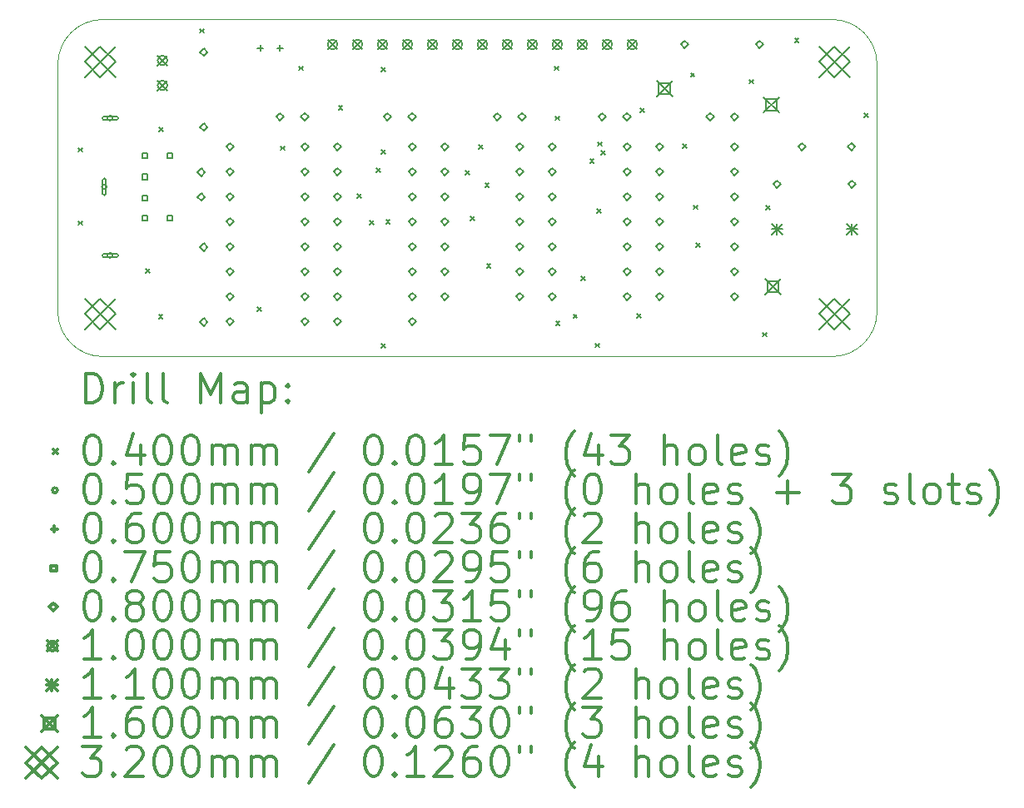
<source format=gbr>
%FSLAX45Y45*%
G04 Gerber Fmt 4.5, Leading zero omitted, Abs format (unit mm)*
G04 Created by KiCad (PCBNEW (5.1.10-1-10_14)) date 2021-08-04 23:21:25*
%MOMM*%
%LPD*%
G01*
G04 APERTURE LIST*
%TA.AperFunction,Profile*%
%ADD10C,0.100000*%
%TD*%
%ADD11C,0.200000*%
%ADD12C,0.300000*%
G04 APERTURE END LIST*
D10*
X15443200Y-5994400D02*
G75*
G02*
X15900400Y-6451600I0J-457200D01*
G01*
X15900400Y-8966200D02*
G75*
G02*
X15443200Y-9423400I-457200J0D01*
G01*
X8026400Y-9423400D02*
G75*
G02*
X7569200Y-8966200I0J457200D01*
G01*
X7569200Y-6451600D02*
G75*
G02*
X8026400Y-5994400I457200J0D01*
G01*
X7569200Y-8966200D02*
X7569200Y-6451600D01*
X8026400Y-5994400D02*
X15443200Y-5994400D01*
X15900400Y-6451600D02*
X15900400Y-8966200D01*
X15443200Y-9423400D02*
X8026400Y-9423400D01*
D11*
X7775260Y-7300280D02*
X7815260Y-7340280D01*
X7815260Y-7300280D02*
X7775260Y-7340280D01*
X7780340Y-8044500D02*
X7820340Y-8084500D01*
X7820340Y-8044500D02*
X7780340Y-8084500D01*
X8466140Y-8534720D02*
X8506140Y-8574720D01*
X8506140Y-8534720D02*
X8466140Y-8574720D01*
X8595680Y-8999540D02*
X8635680Y-9039540D01*
X8635680Y-8999540D02*
X8595680Y-9039540D01*
X8600760Y-7094540D02*
X8640760Y-7134540D01*
X8640760Y-7094540D02*
X8600760Y-7134540D01*
X9012240Y-6088700D02*
X9052240Y-6128700D01*
X9052240Y-6088700D02*
X9012240Y-6128700D01*
X9596440Y-8920800D02*
X9636440Y-8960800D01*
X9636440Y-8920800D02*
X9596440Y-8960800D01*
X9832660Y-7282500D02*
X9872660Y-7322500D01*
X9872660Y-7282500D02*
X9832660Y-7322500D01*
X10020620Y-6469700D02*
X10060620Y-6509700D01*
X10060620Y-6469700D02*
X10020620Y-6509700D01*
X10424480Y-6871020D02*
X10464480Y-6911020D01*
X10464480Y-6871020D02*
X10424480Y-6911020D01*
X10614980Y-7770180D02*
X10654980Y-7810180D01*
X10654980Y-7770180D02*
X10614980Y-7810180D01*
X10739440Y-8039420D02*
X10779440Y-8079420D01*
X10779440Y-8039420D02*
X10739440Y-8079420D01*
X10810560Y-7508560D02*
X10850560Y-7548560D01*
X10850560Y-7508560D02*
X10810560Y-7548560D01*
X10858820Y-6484940D02*
X10898820Y-6524940D01*
X10898820Y-6484940D02*
X10858820Y-6524940D01*
X10858820Y-7323140D02*
X10898820Y-7363140D01*
X10898820Y-7323140D02*
X10858820Y-7363140D01*
X10858820Y-9294180D02*
X10898820Y-9334180D01*
X10898820Y-9294180D02*
X10858820Y-9334180D01*
X10907080Y-8034340D02*
X10947080Y-8074340D01*
X10947080Y-8034340D02*
X10907080Y-8074340D01*
X11717340Y-7533960D02*
X11757340Y-7573960D01*
X11757340Y-7533960D02*
X11717340Y-7573960D01*
X11763060Y-7996240D02*
X11803060Y-8036240D01*
X11803060Y-7996240D02*
X11763060Y-8036240D01*
X11851960Y-7269800D02*
X11891960Y-7309800D01*
X11891960Y-7269800D02*
X11851960Y-7309800D01*
X11912920Y-7660960D02*
X11952920Y-7700960D01*
X11952920Y-7660960D02*
X11912920Y-7700960D01*
X11930700Y-8483920D02*
X11970700Y-8523920D01*
X11970700Y-8483920D02*
X11930700Y-8523920D01*
X12621580Y-6469700D02*
X12661580Y-6509700D01*
X12661580Y-6469700D02*
X12621580Y-6509700D01*
X12629200Y-6977700D02*
X12669200Y-7017700D01*
X12669200Y-6977700D02*
X12629200Y-7017700D01*
X12634280Y-9068120D02*
X12674280Y-9108120D01*
X12674280Y-9068120D02*
X12634280Y-9108120D01*
X12811140Y-8994075D02*
X12851140Y-9034075D01*
X12851140Y-8994075D02*
X12811140Y-9034075D01*
X12890820Y-8608380D02*
X12930820Y-8648380D01*
X12930820Y-8608380D02*
X12890820Y-8648380D01*
X12979720Y-7412040D02*
X13019720Y-7452040D01*
X13019720Y-7412040D02*
X12979720Y-7452040D01*
X13035600Y-9289100D02*
X13075600Y-9329100D01*
X13075600Y-9289100D02*
X13035600Y-9329100D01*
X13050840Y-7922580D02*
X13090840Y-7962580D01*
X13090840Y-7922580D02*
X13050840Y-7962580D01*
X13063540Y-7241860D02*
X13103540Y-7281860D01*
X13103540Y-7241860D02*
X13063540Y-7281860D01*
X13096560Y-7330760D02*
X13136560Y-7370760D01*
X13136560Y-7330760D02*
X13096560Y-7370760D01*
X13459780Y-8989380D02*
X13499780Y-9029380D01*
X13499780Y-8989380D02*
X13459780Y-9029380D01*
X13491075Y-6896271D02*
X13531075Y-6936271D01*
X13531075Y-6896271D02*
X13491075Y-6936271D01*
X13927140Y-7259640D02*
X13967140Y-7299640D01*
X13967140Y-7259640D02*
X13927140Y-7299640D01*
X14005880Y-6538280D02*
X14045880Y-6578280D01*
X14045880Y-6538280D02*
X14005880Y-6578280D01*
X14033820Y-7884480D02*
X14073820Y-7924480D01*
X14073820Y-7884480D02*
X14033820Y-7924480D01*
X14059220Y-8270560D02*
X14099220Y-8310560D01*
X14099220Y-8270560D02*
X14059220Y-8310560D01*
X14602780Y-6606860D02*
X14642780Y-6646860D01*
X14642780Y-6606860D02*
X14602780Y-6646860D01*
X14739940Y-9179880D02*
X14779940Y-9219880D01*
X14779940Y-9179880D02*
X14739940Y-9219880D01*
X14770420Y-7889560D02*
X14810420Y-7929560D01*
X14810420Y-7889560D02*
X14770420Y-7929560D01*
X15062520Y-6187760D02*
X15102520Y-6227760D01*
X15102520Y-6187760D02*
X15062520Y-6227760D01*
X15771180Y-6949760D02*
X15811180Y-6989760D01*
X15811180Y-6949760D02*
X15771180Y-6989760D01*
X8066640Y-7696200D02*
G75*
G03*
X8066640Y-7696200I-25000J0D01*
G01*
X8026640Y-7621200D02*
X8026640Y-7771200D01*
X8056640Y-7621200D02*
X8056640Y-7771200D01*
X8026640Y-7771200D02*
G75*
G03*
X8056640Y-7771200I15000J0D01*
G01*
X8056640Y-7621200D02*
G75*
G03*
X8026640Y-7621200I-15000J0D01*
G01*
X8125060Y-6997700D02*
G75*
G03*
X8125060Y-6997700I-25000J0D01*
G01*
X8170060Y-6982700D02*
X8030060Y-6982700D01*
X8170060Y-7012700D02*
X8030060Y-7012700D01*
X8030060Y-6982700D02*
G75*
G03*
X8030060Y-7012700I0J-15000D01*
G01*
X8170060Y-7012700D02*
G75*
G03*
X8170060Y-6982700I0J15000D01*
G01*
X8125060Y-8394700D02*
G75*
G03*
X8125060Y-8394700I-25000J0D01*
G01*
X8170060Y-8379700D02*
X8030060Y-8379700D01*
X8170060Y-8409700D02*
X8030060Y-8409700D01*
X8030060Y-8379700D02*
G75*
G03*
X8030060Y-8409700I0J-15000D01*
G01*
X8170060Y-8409700D02*
G75*
G03*
X8170060Y-8379700I0J15000D01*
G01*
X9629800Y-6256500D02*
X9629800Y-6316500D01*
X9599800Y-6286500D02*
X9659800Y-6286500D01*
X9829800Y-6256500D02*
X9829800Y-6316500D01*
X9799800Y-6286500D02*
X9859800Y-6286500D01*
X8480577Y-7405217D02*
X8480577Y-7352183D01*
X8427543Y-7352183D01*
X8427543Y-7405217D01*
X8480577Y-7405217D01*
X8480577Y-7621117D02*
X8480577Y-7568083D01*
X8427543Y-7568083D01*
X8427543Y-7621117D01*
X8480577Y-7621117D01*
X8480577Y-7837017D02*
X8480577Y-7783983D01*
X8427543Y-7783983D01*
X8427543Y-7837017D01*
X8480577Y-7837017D01*
X8480577Y-8040217D02*
X8480577Y-7987183D01*
X8427543Y-7987183D01*
X8427543Y-8040217D01*
X8480577Y-8040217D01*
X8734577Y-7405217D02*
X8734577Y-7352183D01*
X8681543Y-7352183D01*
X8681543Y-7405217D01*
X8734577Y-7405217D01*
X8734577Y-8040217D02*
X8734577Y-7987183D01*
X8681543Y-7987183D01*
X8681543Y-8040217D01*
X8734577Y-8040217D01*
X9027160Y-7590340D02*
X9067160Y-7550340D01*
X9027160Y-7510340D01*
X8987160Y-7550340D01*
X9027160Y-7590340D01*
X9027160Y-7840340D02*
X9067160Y-7800340D01*
X9027160Y-7760340D01*
X8987160Y-7800340D01*
X9027160Y-7840340D01*
X9052560Y-6367140D02*
X9092560Y-6327140D01*
X9052560Y-6287140D01*
X9012560Y-6327140D01*
X9052560Y-6367140D01*
X9052560Y-7129140D02*
X9092560Y-7089140D01*
X9052560Y-7049140D01*
X9012560Y-7089140D01*
X9052560Y-7129140D01*
X9052560Y-8350880D02*
X9092560Y-8310880D01*
X9052560Y-8270880D01*
X9012560Y-8310880D01*
X9052560Y-8350880D01*
X9052560Y-9112880D02*
X9092560Y-9072880D01*
X9052560Y-9032880D01*
X9012560Y-9072880D01*
X9052560Y-9112880D01*
X9321800Y-7329800D02*
X9361800Y-7289800D01*
X9321800Y-7249800D01*
X9281800Y-7289800D01*
X9321800Y-7329800D01*
X9321800Y-7583800D02*
X9361800Y-7543800D01*
X9321800Y-7503800D01*
X9281800Y-7543800D01*
X9321800Y-7583800D01*
X9321800Y-7837800D02*
X9361800Y-7797800D01*
X9321800Y-7757800D01*
X9281800Y-7797800D01*
X9321800Y-7837800D01*
X9321800Y-8091800D02*
X9361800Y-8051800D01*
X9321800Y-8011800D01*
X9281800Y-8051800D01*
X9321800Y-8091800D01*
X9321800Y-8345800D02*
X9361800Y-8305800D01*
X9321800Y-8265800D01*
X9281800Y-8305800D01*
X9321800Y-8345800D01*
X9321800Y-8599800D02*
X9361800Y-8559800D01*
X9321800Y-8519800D01*
X9281800Y-8559800D01*
X9321800Y-8599800D01*
X9321800Y-8853800D02*
X9361800Y-8813800D01*
X9321800Y-8773800D01*
X9281800Y-8813800D01*
X9321800Y-8853800D01*
X9321800Y-9107800D02*
X9361800Y-9067800D01*
X9321800Y-9027800D01*
X9281800Y-9067800D01*
X9321800Y-9107800D01*
X9829800Y-7025000D02*
X9869800Y-6985000D01*
X9829800Y-6945000D01*
X9789800Y-6985000D01*
X9829800Y-7025000D01*
X10079800Y-7025000D02*
X10119800Y-6985000D01*
X10079800Y-6945000D01*
X10039800Y-6985000D01*
X10079800Y-7025000D01*
X10083800Y-7329800D02*
X10123800Y-7289800D01*
X10083800Y-7249800D01*
X10043800Y-7289800D01*
X10083800Y-7329800D01*
X10083800Y-7583800D02*
X10123800Y-7543800D01*
X10083800Y-7503800D01*
X10043800Y-7543800D01*
X10083800Y-7583800D01*
X10083800Y-7837800D02*
X10123800Y-7797800D01*
X10083800Y-7757800D01*
X10043800Y-7797800D01*
X10083800Y-7837800D01*
X10083800Y-8091800D02*
X10123800Y-8051800D01*
X10083800Y-8011800D01*
X10043800Y-8051800D01*
X10083800Y-8091800D01*
X10083800Y-8345800D02*
X10123800Y-8305800D01*
X10083800Y-8265800D01*
X10043800Y-8305800D01*
X10083800Y-8345800D01*
X10083800Y-8599800D02*
X10123800Y-8559800D01*
X10083800Y-8519800D01*
X10043800Y-8559800D01*
X10083800Y-8599800D01*
X10083800Y-8853800D02*
X10123800Y-8813800D01*
X10083800Y-8773800D01*
X10043800Y-8813800D01*
X10083800Y-8853800D01*
X10083800Y-9107800D02*
X10123800Y-9067800D01*
X10083800Y-9027800D01*
X10043800Y-9067800D01*
X10083800Y-9107800D01*
X10414000Y-7329800D02*
X10454000Y-7289800D01*
X10414000Y-7249800D01*
X10374000Y-7289800D01*
X10414000Y-7329800D01*
X10414000Y-7583800D02*
X10454000Y-7543800D01*
X10414000Y-7503800D01*
X10374000Y-7543800D01*
X10414000Y-7583800D01*
X10414000Y-7837800D02*
X10454000Y-7797800D01*
X10414000Y-7757800D01*
X10374000Y-7797800D01*
X10414000Y-7837800D01*
X10414000Y-8091800D02*
X10454000Y-8051800D01*
X10414000Y-8011800D01*
X10374000Y-8051800D01*
X10414000Y-8091800D01*
X10414000Y-8345800D02*
X10454000Y-8305800D01*
X10414000Y-8265800D01*
X10374000Y-8305800D01*
X10414000Y-8345800D01*
X10414000Y-8599800D02*
X10454000Y-8559800D01*
X10414000Y-8519800D01*
X10374000Y-8559800D01*
X10414000Y-8599800D01*
X10414000Y-8853800D02*
X10454000Y-8813800D01*
X10414000Y-8773800D01*
X10374000Y-8813800D01*
X10414000Y-8853800D01*
X10414000Y-9107800D02*
X10454000Y-9067800D01*
X10414000Y-9027800D01*
X10374000Y-9067800D01*
X10414000Y-9107800D01*
X10922000Y-7025000D02*
X10962000Y-6985000D01*
X10922000Y-6945000D01*
X10882000Y-6985000D01*
X10922000Y-7025000D01*
X11172000Y-7025000D02*
X11212000Y-6985000D01*
X11172000Y-6945000D01*
X11132000Y-6985000D01*
X11172000Y-7025000D01*
X11176000Y-7329800D02*
X11216000Y-7289800D01*
X11176000Y-7249800D01*
X11136000Y-7289800D01*
X11176000Y-7329800D01*
X11176000Y-7583800D02*
X11216000Y-7543800D01*
X11176000Y-7503800D01*
X11136000Y-7543800D01*
X11176000Y-7583800D01*
X11176000Y-7837800D02*
X11216000Y-7797800D01*
X11176000Y-7757800D01*
X11136000Y-7797800D01*
X11176000Y-7837800D01*
X11176000Y-8091800D02*
X11216000Y-8051800D01*
X11176000Y-8011800D01*
X11136000Y-8051800D01*
X11176000Y-8091800D01*
X11176000Y-8345800D02*
X11216000Y-8305800D01*
X11176000Y-8265800D01*
X11136000Y-8305800D01*
X11176000Y-8345800D01*
X11176000Y-8599800D02*
X11216000Y-8559800D01*
X11176000Y-8519800D01*
X11136000Y-8559800D01*
X11176000Y-8599800D01*
X11176000Y-8853800D02*
X11216000Y-8813800D01*
X11176000Y-8773800D01*
X11136000Y-8813800D01*
X11176000Y-8853800D01*
X11176000Y-9107800D02*
X11216000Y-9067800D01*
X11176000Y-9027800D01*
X11136000Y-9067800D01*
X11176000Y-9107800D01*
X11506200Y-7329800D02*
X11546200Y-7289800D01*
X11506200Y-7249800D01*
X11466200Y-7289800D01*
X11506200Y-7329800D01*
X11506200Y-7583800D02*
X11546200Y-7543800D01*
X11506200Y-7503800D01*
X11466200Y-7543800D01*
X11506200Y-7583800D01*
X11506200Y-7837800D02*
X11546200Y-7797800D01*
X11506200Y-7757800D01*
X11466200Y-7797800D01*
X11506200Y-7837800D01*
X11506200Y-8091800D02*
X11546200Y-8051800D01*
X11506200Y-8011800D01*
X11466200Y-8051800D01*
X11506200Y-8091800D01*
X11506200Y-8345800D02*
X11546200Y-8305800D01*
X11506200Y-8265800D01*
X11466200Y-8305800D01*
X11506200Y-8345800D01*
X11506200Y-8599800D02*
X11546200Y-8559800D01*
X11506200Y-8519800D01*
X11466200Y-8559800D01*
X11506200Y-8599800D01*
X11506200Y-8853800D02*
X11546200Y-8813800D01*
X11506200Y-8773800D01*
X11466200Y-8813800D01*
X11506200Y-8853800D01*
X12039600Y-7025000D02*
X12079600Y-6985000D01*
X12039600Y-6945000D01*
X11999600Y-6985000D01*
X12039600Y-7025000D01*
X12268200Y-7329800D02*
X12308200Y-7289800D01*
X12268200Y-7249800D01*
X12228200Y-7289800D01*
X12268200Y-7329800D01*
X12268200Y-7583800D02*
X12308200Y-7543800D01*
X12268200Y-7503800D01*
X12228200Y-7543800D01*
X12268200Y-7583800D01*
X12268200Y-7837800D02*
X12308200Y-7797800D01*
X12268200Y-7757800D01*
X12228200Y-7797800D01*
X12268200Y-7837800D01*
X12268200Y-8091800D02*
X12308200Y-8051800D01*
X12268200Y-8011800D01*
X12228200Y-8051800D01*
X12268200Y-8091800D01*
X12268200Y-8345800D02*
X12308200Y-8305800D01*
X12268200Y-8265800D01*
X12228200Y-8305800D01*
X12268200Y-8345800D01*
X12268200Y-8599800D02*
X12308200Y-8559800D01*
X12268200Y-8519800D01*
X12228200Y-8559800D01*
X12268200Y-8599800D01*
X12268200Y-8853800D02*
X12308200Y-8813800D01*
X12268200Y-8773800D01*
X12228200Y-8813800D01*
X12268200Y-8853800D01*
X12289600Y-7025000D02*
X12329600Y-6985000D01*
X12289600Y-6945000D01*
X12249600Y-6985000D01*
X12289600Y-7025000D01*
X12598400Y-7329800D02*
X12638400Y-7289800D01*
X12598400Y-7249800D01*
X12558400Y-7289800D01*
X12598400Y-7329800D01*
X12598400Y-7583800D02*
X12638400Y-7543800D01*
X12598400Y-7503800D01*
X12558400Y-7543800D01*
X12598400Y-7583800D01*
X12598400Y-7837800D02*
X12638400Y-7797800D01*
X12598400Y-7757800D01*
X12558400Y-7797800D01*
X12598400Y-7837800D01*
X12598400Y-8091800D02*
X12638400Y-8051800D01*
X12598400Y-8011800D01*
X12558400Y-8051800D01*
X12598400Y-8091800D01*
X12598400Y-8345800D02*
X12638400Y-8305800D01*
X12598400Y-8265800D01*
X12558400Y-8305800D01*
X12598400Y-8345800D01*
X12598400Y-8599800D02*
X12638400Y-8559800D01*
X12598400Y-8519800D01*
X12558400Y-8559800D01*
X12598400Y-8599800D01*
X12598400Y-8853800D02*
X12638400Y-8813800D01*
X12598400Y-8773800D01*
X12558400Y-8813800D01*
X12598400Y-8853800D01*
X13106400Y-7025000D02*
X13146400Y-6985000D01*
X13106400Y-6945000D01*
X13066400Y-6985000D01*
X13106400Y-7025000D01*
X13356400Y-7025000D02*
X13396400Y-6985000D01*
X13356400Y-6945000D01*
X13316400Y-6985000D01*
X13356400Y-7025000D01*
X13360400Y-7329800D02*
X13400400Y-7289800D01*
X13360400Y-7249800D01*
X13320400Y-7289800D01*
X13360400Y-7329800D01*
X13360400Y-7583800D02*
X13400400Y-7543800D01*
X13360400Y-7503800D01*
X13320400Y-7543800D01*
X13360400Y-7583800D01*
X13360400Y-7837800D02*
X13400400Y-7797800D01*
X13360400Y-7757800D01*
X13320400Y-7797800D01*
X13360400Y-7837800D01*
X13360400Y-8091800D02*
X13400400Y-8051800D01*
X13360400Y-8011800D01*
X13320400Y-8051800D01*
X13360400Y-8091800D01*
X13360400Y-8345800D02*
X13400400Y-8305800D01*
X13360400Y-8265800D01*
X13320400Y-8305800D01*
X13360400Y-8345800D01*
X13360400Y-8599800D02*
X13400400Y-8559800D01*
X13360400Y-8519800D01*
X13320400Y-8559800D01*
X13360400Y-8599800D01*
X13360400Y-8853800D02*
X13400400Y-8813800D01*
X13360400Y-8773800D01*
X13320400Y-8813800D01*
X13360400Y-8853800D01*
X13690600Y-7329800D02*
X13730600Y-7289800D01*
X13690600Y-7249800D01*
X13650600Y-7289800D01*
X13690600Y-7329800D01*
X13690600Y-7583800D02*
X13730600Y-7543800D01*
X13690600Y-7503800D01*
X13650600Y-7543800D01*
X13690600Y-7583800D01*
X13690600Y-7837800D02*
X13730600Y-7797800D01*
X13690600Y-7757800D01*
X13650600Y-7797800D01*
X13690600Y-7837800D01*
X13690600Y-8091800D02*
X13730600Y-8051800D01*
X13690600Y-8011800D01*
X13650600Y-8051800D01*
X13690600Y-8091800D01*
X13690600Y-8345800D02*
X13730600Y-8305800D01*
X13690600Y-8265800D01*
X13650600Y-8305800D01*
X13690600Y-8345800D01*
X13690600Y-8599800D02*
X13730600Y-8559800D01*
X13690600Y-8519800D01*
X13650600Y-8559800D01*
X13690600Y-8599800D01*
X13690600Y-8853800D02*
X13730600Y-8813800D01*
X13690600Y-8773800D01*
X13650600Y-8813800D01*
X13690600Y-8853800D01*
X13944600Y-6288400D02*
X13984600Y-6248400D01*
X13944600Y-6208400D01*
X13904600Y-6248400D01*
X13944600Y-6288400D01*
X14202600Y-7025000D02*
X14242600Y-6985000D01*
X14202600Y-6945000D01*
X14162600Y-6985000D01*
X14202600Y-7025000D01*
X14452600Y-7025000D02*
X14492600Y-6985000D01*
X14452600Y-6945000D01*
X14412600Y-6985000D01*
X14452600Y-7025000D01*
X14452600Y-7329800D02*
X14492600Y-7289800D01*
X14452600Y-7249800D01*
X14412600Y-7289800D01*
X14452600Y-7329800D01*
X14452600Y-7583800D02*
X14492600Y-7543800D01*
X14452600Y-7503800D01*
X14412600Y-7543800D01*
X14452600Y-7583800D01*
X14452600Y-7837800D02*
X14492600Y-7797800D01*
X14452600Y-7757800D01*
X14412600Y-7797800D01*
X14452600Y-7837800D01*
X14452600Y-8091800D02*
X14492600Y-8051800D01*
X14452600Y-8011800D01*
X14412600Y-8051800D01*
X14452600Y-8091800D01*
X14452600Y-8345800D02*
X14492600Y-8305800D01*
X14452600Y-8265800D01*
X14412600Y-8305800D01*
X14452600Y-8345800D01*
X14452600Y-8599800D02*
X14492600Y-8559800D01*
X14452600Y-8519800D01*
X14412600Y-8559800D01*
X14452600Y-8599800D01*
X14452600Y-8853800D02*
X14492600Y-8813800D01*
X14452600Y-8773800D01*
X14412600Y-8813800D01*
X14452600Y-8853800D01*
X14706600Y-6288400D02*
X14746600Y-6248400D01*
X14706600Y-6208400D01*
X14666600Y-6248400D01*
X14706600Y-6288400D01*
X14884400Y-7710800D02*
X14924400Y-7670800D01*
X14884400Y-7630800D01*
X14844400Y-7670800D01*
X14884400Y-7710800D01*
X15138400Y-7329800D02*
X15178400Y-7289800D01*
X15138400Y-7249800D01*
X15098400Y-7289800D01*
X15138400Y-7329800D01*
X15638400Y-7329800D02*
X15678400Y-7289800D01*
X15638400Y-7249800D01*
X15598400Y-7289800D01*
X15638400Y-7329800D01*
X15646400Y-7710800D02*
X15686400Y-7670800D01*
X15646400Y-7630800D01*
X15606400Y-7670800D01*
X15646400Y-7710800D01*
X8583460Y-6360960D02*
X8683460Y-6460960D01*
X8683460Y-6360960D02*
X8583460Y-6460960D01*
X8683460Y-6410960D02*
G75*
G03*
X8683460Y-6410960I-50000J0D01*
G01*
X8583460Y-6614960D02*
X8683460Y-6714960D01*
X8683460Y-6614960D02*
X8583460Y-6714960D01*
X8683460Y-6664960D02*
G75*
G03*
X8683460Y-6664960I-50000J0D01*
G01*
X10313200Y-6198400D02*
X10413200Y-6298400D01*
X10413200Y-6198400D02*
X10313200Y-6298400D01*
X10413200Y-6248400D02*
G75*
G03*
X10413200Y-6248400I-50000J0D01*
G01*
X10567200Y-6198400D02*
X10667200Y-6298400D01*
X10667200Y-6198400D02*
X10567200Y-6298400D01*
X10667200Y-6248400D02*
G75*
G03*
X10667200Y-6248400I-50000J0D01*
G01*
X10821200Y-6198400D02*
X10921200Y-6298400D01*
X10921200Y-6198400D02*
X10821200Y-6298400D01*
X10921200Y-6248400D02*
G75*
G03*
X10921200Y-6248400I-50000J0D01*
G01*
X11075200Y-6198400D02*
X11175200Y-6298400D01*
X11175200Y-6198400D02*
X11075200Y-6298400D01*
X11175200Y-6248400D02*
G75*
G03*
X11175200Y-6248400I-50000J0D01*
G01*
X11329200Y-6198400D02*
X11429200Y-6298400D01*
X11429200Y-6198400D02*
X11329200Y-6298400D01*
X11429200Y-6248400D02*
G75*
G03*
X11429200Y-6248400I-50000J0D01*
G01*
X11583200Y-6198400D02*
X11683200Y-6298400D01*
X11683200Y-6198400D02*
X11583200Y-6298400D01*
X11683200Y-6248400D02*
G75*
G03*
X11683200Y-6248400I-50000J0D01*
G01*
X11837200Y-6198400D02*
X11937200Y-6298400D01*
X11937200Y-6198400D02*
X11837200Y-6298400D01*
X11937200Y-6248400D02*
G75*
G03*
X11937200Y-6248400I-50000J0D01*
G01*
X12091200Y-6198400D02*
X12191200Y-6298400D01*
X12191200Y-6198400D02*
X12091200Y-6298400D01*
X12191200Y-6248400D02*
G75*
G03*
X12191200Y-6248400I-50000J0D01*
G01*
X12345200Y-6198400D02*
X12445200Y-6298400D01*
X12445200Y-6198400D02*
X12345200Y-6298400D01*
X12445200Y-6248400D02*
G75*
G03*
X12445200Y-6248400I-50000J0D01*
G01*
X12599200Y-6198400D02*
X12699200Y-6298400D01*
X12699200Y-6198400D02*
X12599200Y-6298400D01*
X12699200Y-6248400D02*
G75*
G03*
X12699200Y-6248400I-50000J0D01*
G01*
X12853200Y-6198400D02*
X12953200Y-6298400D01*
X12953200Y-6198400D02*
X12853200Y-6298400D01*
X12953200Y-6248400D02*
G75*
G03*
X12953200Y-6248400I-50000J0D01*
G01*
X13107200Y-6198400D02*
X13207200Y-6298400D01*
X13207200Y-6198400D02*
X13107200Y-6298400D01*
X13207200Y-6248400D02*
G75*
G03*
X13207200Y-6248400I-50000J0D01*
G01*
X13361200Y-6198400D02*
X13461200Y-6298400D01*
X13461200Y-6198400D02*
X13361200Y-6298400D01*
X13461200Y-6248400D02*
G75*
G03*
X13461200Y-6248400I-50000J0D01*
G01*
X14829400Y-8073000D02*
X14939400Y-8183000D01*
X14939400Y-8073000D02*
X14829400Y-8183000D01*
X14884400Y-8073000D02*
X14884400Y-8183000D01*
X14829400Y-8128000D02*
X14939400Y-8128000D01*
X15591400Y-8073000D02*
X15701400Y-8183000D01*
X15701400Y-8073000D02*
X15591400Y-8183000D01*
X15646400Y-8073000D02*
X15646400Y-8183000D01*
X15591400Y-8128000D02*
X15701400Y-8128000D01*
X13658860Y-6615440D02*
X13818860Y-6775440D01*
X13818860Y-6615440D02*
X13658860Y-6775440D01*
X13795429Y-6752009D02*
X13795429Y-6638871D01*
X13682291Y-6638871D01*
X13682291Y-6752009D01*
X13795429Y-6752009D01*
X14745980Y-6783080D02*
X14905980Y-6943080D01*
X14905980Y-6783080D02*
X14745980Y-6943080D01*
X14882549Y-6919649D02*
X14882549Y-6806511D01*
X14769411Y-6806511D01*
X14769411Y-6919649D01*
X14882549Y-6919649D01*
X14761220Y-8632200D02*
X14921220Y-8792200D01*
X14921220Y-8632200D02*
X14761220Y-8792200D01*
X14897789Y-8768769D02*
X14897789Y-8655631D01*
X14784651Y-8655631D01*
X14784651Y-8768769D01*
X14897789Y-8768769D01*
X7841000Y-6266200D02*
X8161000Y-6586200D01*
X8161000Y-6266200D02*
X7841000Y-6586200D01*
X8001000Y-6586200D02*
X8161000Y-6426200D01*
X8001000Y-6266200D01*
X7841000Y-6426200D01*
X8001000Y-6586200D01*
X7841000Y-8831600D02*
X8161000Y-9151600D01*
X8161000Y-8831600D02*
X7841000Y-9151600D01*
X8001000Y-9151600D02*
X8161000Y-8991600D01*
X8001000Y-8831600D01*
X7841000Y-8991600D01*
X8001000Y-9151600D01*
X15308600Y-6266200D02*
X15628600Y-6586200D01*
X15628600Y-6266200D02*
X15308600Y-6586200D01*
X15468600Y-6586200D02*
X15628600Y-6426200D01*
X15468600Y-6266200D01*
X15308600Y-6426200D01*
X15468600Y-6586200D01*
X15308600Y-8831600D02*
X15628600Y-9151600D01*
X15628600Y-8831600D02*
X15308600Y-9151600D01*
X15468600Y-9151600D02*
X15628600Y-8991600D01*
X15468600Y-8831600D01*
X15308600Y-8991600D01*
X15468600Y-9151600D01*
D12*
X7850628Y-9894114D02*
X7850628Y-9594114D01*
X7922057Y-9594114D01*
X7964914Y-9608400D01*
X7993486Y-9636972D01*
X8007771Y-9665543D01*
X8022057Y-9722686D01*
X8022057Y-9765543D01*
X8007771Y-9822686D01*
X7993486Y-9851257D01*
X7964914Y-9879829D01*
X7922057Y-9894114D01*
X7850628Y-9894114D01*
X8150628Y-9894114D02*
X8150628Y-9694114D01*
X8150628Y-9751257D02*
X8164914Y-9722686D01*
X8179200Y-9708400D01*
X8207771Y-9694114D01*
X8236343Y-9694114D01*
X8336343Y-9894114D02*
X8336343Y-9694114D01*
X8336343Y-9594114D02*
X8322057Y-9608400D01*
X8336343Y-9622686D01*
X8350628Y-9608400D01*
X8336343Y-9594114D01*
X8336343Y-9622686D01*
X8522057Y-9894114D02*
X8493486Y-9879829D01*
X8479200Y-9851257D01*
X8479200Y-9594114D01*
X8679200Y-9894114D02*
X8650628Y-9879829D01*
X8636343Y-9851257D01*
X8636343Y-9594114D01*
X9022057Y-9894114D02*
X9022057Y-9594114D01*
X9122057Y-9808400D01*
X9222057Y-9594114D01*
X9222057Y-9894114D01*
X9493486Y-9894114D02*
X9493486Y-9736972D01*
X9479200Y-9708400D01*
X9450628Y-9694114D01*
X9393486Y-9694114D01*
X9364914Y-9708400D01*
X9493486Y-9879829D02*
X9464914Y-9894114D01*
X9393486Y-9894114D01*
X9364914Y-9879829D01*
X9350628Y-9851257D01*
X9350628Y-9822686D01*
X9364914Y-9794114D01*
X9393486Y-9779829D01*
X9464914Y-9779829D01*
X9493486Y-9765543D01*
X9636343Y-9694114D02*
X9636343Y-9994114D01*
X9636343Y-9708400D02*
X9664914Y-9694114D01*
X9722057Y-9694114D01*
X9750628Y-9708400D01*
X9764914Y-9722686D01*
X9779200Y-9751257D01*
X9779200Y-9836972D01*
X9764914Y-9865543D01*
X9750628Y-9879829D01*
X9722057Y-9894114D01*
X9664914Y-9894114D01*
X9636343Y-9879829D01*
X9907771Y-9865543D02*
X9922057Y-9879829D01*
X9907771Y-9894114D01*
X9893486Y-9879829D01*
X9907771Y-9865543D01*
X9907771Y-9894114D01*
X9907771Y-9708400D02*
X9922057Y-9722686D01*
X9907771Y-9736972D01*
X9893486Y-9722686D01*
X9907771Y-9708400D01*
X9907771Y-9736972D01*
X7524200Y-10368400D02*
X7564200Y-10408400D01*
X7564200Y-10368400D02*
X7524200Y-10408400D01*
X7907771Y-10224114D02*
X7936343Y-10224114D01*
X7964914Y-10238400D01*
X7979200Y-10252686D01*
X7993486Y-10281257D01*
X8007771Y-10338400D01*
X8007771Y-10409829D01*
X7993486Y-10466972D01*
X7979200Y-10495543D01*
X7964914Y-10509829D01*
X7936343Y-10524114D01*
X7907771Y-10524114D01*
X7879200Y-10509829D01*
X7864914Y-10495543D01*
X7850628Y-10466972D01*
X7836343Y-10409829D01*
X7836343Y-10338400D01*
X7850628Y-10281257D01*
X7864914Y-10252686D01*
X7879200Y-10238400D01*
X7907771Y-10224114D01*
X8136343Y-10495543D02*
X8150628Y-10509829D01*
X8136343Y-10524114D01*
X8122057Y-10509829D01*
X8136343Y-10495543D01*
X8136343Y-10524114D01*
X8407771Y-10324114D02*
X8407771Y-10524114D01*
X8336343Y-10209829D02*
X8264914Y-10424114D01*
X8450628Y-10424114D01*
X8622057Y-10224114D02*
X8650628Y-10224114D01*
X8679200Y-10238400D01*
X8693486Y-10252686D01*
X8707771Y-10281257D01*
X8722057Y-10338400D01*
X8722057Y-10409829D01*
X8707771Y-10466972D01*
X8693486Y-10495543D01*
X8679200Y-10509829D01*
X8650628Y-10524114D01*
X8622057Y-10524114D01*
X8593486Y-10509829D01*
X8579200Y-10495543D01*
X8564914Y-10466972D01*
X8550628Y-10409829D01*
X8550628Y-10338400D01*
X8564914Y-10281257D01*
X8579200Y-10252686D01*
X8593486Y-10238400D01*
X8622057Y-10224114D01*
X8907771Y-10224114D02*
X8936343Y-10224114D01*
X8964914Y-10238400D01*
X8979200Y-10252686D01*
X8993486Y-10281257D01*
X9007771Y-10338400D01*
X9007771Y-10409829D01*
X8993486Y-10466972D01*
X8979200Y-10495543D01*
X8964914Y-10509829D01*
X8936343Y-10524114D01*
X8907771Y-10524114D01*
X8879200Y-10509829D01*
X8864914Y-10495543D01*
X8850628Y-10466972D01*
X8836343Y-10409829D01*
X8836343Y-10338400D01*
X8850628Y-10281257D01*
X8864914Y-10252686D01*
X8879200Y-10238400D01*
X8907771Y-10224114D01*
X9136343Y-10524114D02*
X9136343Y-10324114D01*
X9136343Y-10352686D02*
X9150628Y-10338400D01*
X9179200Y-10324114D01*
X9222057Y-10324114D01*
X9250628Y-10338400D01*
X9264914Y-10366972D01*
X9264914Y-10524114D01*
X9264914Y-10366972D02*
X9279200Y-10338400D01*
X9307771Y-10324114D01*
X9350628Y-10324114D01*
X9379200Y-10338400D01*
X9393486Y-10366972D01*
X9393486Y-10524114D01*
X9536343Y-10524114D02*
X9536343Y-10324114D01*
X9536343Y-10352686D02*
X9550628Y-10338400D01*
X9579200Y-10324114D01*
X9622057Y-10324114D01*
X9650628Y-10338400D01*
X9664914Y-10366972D01*
X9664914Y-10524114D01*
X9664914Y-10366972D02*
X9679200Y-10338400D01*
X9707771Y-10324114D01*
X9750628Y-10324114D01*
X9779200Y-10338400D01*
X9793486Y-10366972D01*
X9793486Y-10524114D01*
X10379200Y-10209829D02*
X10122057Y-10595543D01*
X10764914Y-10224114D02*
X10793486Y-10224114D01*
X10822057Y-10238400D01*
X10836343Y-10252686D01*
X10850628Y-10281257D01*
X10864914Y-10338400D01*
X10864914Y-10409829D01*
X10850628Y-10466972D01*
X10836343Y-10495543D01*
X10822057Y-10509829D01*
X10793486Y-10524114D01*
X10764914Y-10524114D01*
X10736343Y-10509829D01*
X10722057Y-10495543D01*
X10707771Y-10466972D01*
X10693486Y-10409829D01*
X10693486Y-10338400D01*
X10707771Y-10281257D01*
X10722057Y-10252686D01*
X10736343Y-10238400D01*
X10764914Y-10224114D01*
X10993486Y-10495543D02*
X11007771Y-10509829D01*
X10993486Y-10524114D01*
X10979200Y-10509829D01*
X10993486Y-10495543D01*
X10993486Y-10524114D01*
X11193486Y-10224114D02*
X11222057Y-10224114D01*
X11250628Y-10238400D01*
X11264914Y-10252686D01*
X11279200Y-10281257D01*
X11293486Y-10338400D01*
X11293486Y-10409829D01*
X11279200Y-10466972D01*
X11264914Y-10495543D01*
X11250628Y-10509829D01*
X11222057Y-10524114D01*
X11193486Y-10524114D01*
X11164914Y-10509829D01*
X11150628Y-10495543D01*
X11136343Y-10466972D01*
X11122057Y-10409829D01*
X11122057Y-10338400D01*
X11136343Y-10281257D01*
X11150628Y-10252686D01*
X11164914Y-10238400D01*
X11193486Y-10224114D01*
X11579200Y-10524114D02*
X11407771Y-10524114D01*
X11493486Y-10524114D02*
X11493486Y-10224114D01*
X11464914Y-10266972D01*
X11436343Y-10295543D01*
X11407771Y-10309829D01*
X11850628Y-10224114D02*
X11707771Y-10224114D01*
X11693486Y-10366972D01*
X11707771Y-10352686D01*
X11736343Y-10338400D01*
X11807771Y-10338400D01*
X11836343Y-10352686D01*
X11850628Y-10366972D01*
X11864914Y-10395543D01*
X11864914Y-10466972D01*
X11850628Y-10495543D01*
X11836343Y-10509829D01*
X11807771Y-10524114D01*
X11736343Y-10524114D01*
X11707771Y-10509829D01*
X11693486Y-10495543D01*
X11964914Y-10224114D02*
X12164914Y-10224114D01*
X12036343Y-10524114D01*
X12264914Y-10224114D02*
X12264914Y-10281257D01*
X12379200Y-10224114D02*
X12379200Y-10281257D01*
X12822057Y-10638400D02*
X12807771Y-10624114D01*
X12779200Y-10581257D01*
X12764914Y-10552686D01*
X12750628Y-10509829D01*
X12736343Y-10438400D01*
X12736343Y-10381257D01*
X12750628Y-10309829D01*
X12764914Y-10266972D01*
X12779200Y-10238400D01*
X12807771Y-10195543D01*
X12822057Y-10181257D01*
X13064914Y-10324114D02*
X13064914Y-10524114D01*
X12993486Y-10209829D02*
X12922057Y-10424114D01*
X13107771Y-10424114D01*
X13193486Y-10224114D02*
X13379200Y-10224114D01*
X13279200Y-10338400D01*
X13322057Y-10338400D01*
X13350628Y-10352686D01*
X13364914Y-10366972D01*
X13379200Y-10395543D01*
X13379200Y-10466972D01*
X13364914Y-10495543D01*
X13350628Y-10509829D01*
X13322057Y-10524114D01*
X13236343Y-10524114D01*
X13207771Y-10509829D01*
X13193486Y-10495543D01*
X13736343Y-10524114D02*
X13736343Y-10224114D01*
X13864914Y-10524114D02*
X13864914Y-10366972D01*
X13850628Y-10338400D01*
X13822057Y-10324114D01*
X13779200Y-10324114D01*
X13750628Y-10338400D01*
X13736343Y-10352686D01*
X14050628Y-10524114D02*
X14022057Y-10509829D01*
X14007771Y-10495543D01*
X13993486Y-10466972D01*
X13993486Y-10381257D01*
X14007771Y-10352686D01*
X14022057Y-10338400D01*
X14050628Y-10324114D01*
X14093486Y-10324114D01*
X14122057Y-10338400D01*
X14136343Y-10352686D01*
X14150628Y-10381257D01*
X14150628Y-10466972D01*
X14136343Y-10495543D01*
X14122057Y-10509829D01*
X14093486Y-10524114D01*
X14050628Y-10524114D01*
X14322057Y-10524114D02*
X14293486Y-10509829D01*
X14279200Y-10481257D01*
X14279200Y-10224114D01*
X14550628Y-10509829D02*
X14522057Y-10524114D01*
X14464914Y-10524114D01*
X14436343Y-10509829D01*
X14422057Y-10481257D01*
X14422057Y-10366972D01*
X14436343Y-10338400D01*
X14464914Y-10324114D01*
X14522057Y-10324114D01*
X14550628Y-10338400D01*
X14564914Y-10366972D01*
X14564914Y-10395543D01*
X14422057Y-10424114D01*
X14679200Y-10509829D02*
X14707771Y-10524114D01*
X14764914Y-10524114D01*
X14793486Y-10509829D01*
X14807771Y-10481257D01*
X14807771Y-10466972D01*
X14793486Y-10438400D01*
X14764914Y-10424114D01*
X14722057Y-10424114D01*
X14693486Y-10409829D01*
X14679200Y-10381257D01*
X14679200Y-10366972D01*
X14693486Y-10338400D01*
X14722057Y-10324114D01*
X14764914Y-10324114D01*
X14793486Y-10338400D01*
X14907771Y-10638400D02*
X14922057Y-10624114D01*
X14950628Y-10581257D01*
X14964914Y-10552686D01*
X14979200Y-10509829D01*
X14993486Y-10438400D01*
X14993486Y-10381257D01*
X14979200Y-10309829D01*
X14964914Y-10266972D01*
X14950628Y-10238400D01*
X14922057Y-10195543D01*
X14907771Y-10181257D01*
X7564200Y-10784400D02*
G75*
G03*
X7564200Y-10784400I-25000J0D01*
G01*
X7907771Y-10620114D02*
X7936343Y-10620114D01*
X7964914Y-10634400D01*
X7979200Y-10648686D01*
X7993486Y-10677257D01*
X8007771Y-10734400D01*
X8007771Y-10805829D01*
X7993486Y-10862972D01*
X7979200Y-10891543D01*
X7964914Y-10905829D01*
X7936343Y-10920114D01*
X7907771Y-10920114D01*
X7879200Y-10905829D01*
X7864914Y-10891543D01*
X7850628Y-10862972D01*
X7836343Y-10805829D01*
X7836343Y-10734400D01*
X7850628Y-10677257D01*
X7864914Y-10648686D01*
X7879200Y-10634400D01*
X7907771Y-10620114D01*
X8136343Y-10891543D02*
X8150628Y-10905829D01*
X8136343Y-10920114D01*
X8122057Y-10905829D01*
X8136343Y-10891543D01*
X8136343Y-10920114D01*
X8422057Y-10620114D02*
X8279200Y-10620114D01*
X8264914Y-10762972D01*
X8279200Y-10748686D01*
X8307771Y-10734400D01*
X8379200Y-10734400D01*
X8407771Y-10748686D01*
X8422057Y-10762972D01*
X8436343Y-10791543D01*
X8436343Y-10862972D01*
X8422057Y-10891543D01*
X8407771Y-10905829D01*
X8379200Y-10920114D01*
X8307771Y-10920114D01*
X8279200Y-10905829D01*
X8264914Y-10891543D01*
X8622057Y-10620114D02*
X8650628Y-10620114D01*
X8679200Y-10634400D01*
X8693486Y-10648686D01*
X8707771Y-10677257D01*
X8722057Y-10734400D01*
X8722057Y-10805829D01*
X8707771Y-10862972D01*
X8693486Y-10891543D01*
X8679200Y-10905829D01*
X8650628Y-10920114D01*
X8622057Y-10920114D01*
X8593486Y-10905829D01*
X8579200Y-10891543D01*
X8564914Y-10862972D01*
X8550628Y-10805829D01*
X8550628Y-10734400D01*
X8564914Y-10677257D01*
X8579200Y-10648686D01*
X8593486Y-10634400D01*
X8622057Y-10620114D01*
X8907771Y-10620114D02*
X8936343Y-10620114D01*
X8964914Y-10634400D01*
X8979200Y-10648686D01*
X8993486Y-10677257D01*
X9007771Y-10734400D01*
X9007771Y-10805829D01*
X8993486Y-10862972D01*
X8979200Y-10891543D01*
X8964914Y-10905829D01*
X8936343Y-10920114D01*
X8907771Y-10920114D01*
X8879200Y-10905829D01*
X8864914Y-10891543D01*
X8850628Y-10862972D01*
X8836343Y-10805829D01*
X8836343Y-10734400D01*
X8850628Y-10677257D01*
X8864914Y-10648686D01*
X8879200Y-10634400D01*
X8907771Y-10620114D01*
X9136343Y-10920114D02*
X9136343Y-10720114D01*
X9136343Y-10748686D02*
X9150628Y-10734400D01*
X9179200Y-10720114D01*
X9222057Y-10720114D01*
X9250628Y-10734400D01*
X9264914Y-10762972D01*
X9264914Y-10920114D01*
X9264914Y-10762972D02*
X9279200Y-10734400D01*
X9307771Y-10720114D01*
X9350628Y-10720114D01*
X9379200Y-10734400D01*
X9393486Y-10762972D01*
X9393486Y-10920114D01*
X9536343Y-10920114D02*
X9536343Y-10720114D01*
X9536343Y-10748686D02*
X9550628Y-10734400D01*
X9579200Y-10720114D01*
X9622057Y-10720114D01*
X9650628Y-10734400D01*
X9664914Y-10762972D01*
X9664914Y-10920114D01*
X9664914Y-10762972D02*
X9679200Y-10734400D01*
X9707771Y-10720114D01*
X9750628Y-10720114D01*
X9779200Y-10734400D01*
X9793486Y-10762972D01*
X9793486Y-10920114D01*
X10379200Y-10605829D02*
X10122057Y-10991543D01*
X10764914Y-10620114D02*
X10793486Y-10620114D01*
X10822057Y-10634400D01*
X10836343Y-10648686D01*
X10850628Y-10677257D01*
X10864914Y-10734400D01*
X10864914Y-10805829D01*
X10850628Y-10862972D01*
X10836343Y-10891543D01*
X10822057Y-10905829D01*
X10793486Y-10920114D01*
X10764914Y-10920114D01*
X10736343Y-10905829D01*
X10722057Y-10891543D01*
X10707771Y-10862972D01*
X10693486Y-10805829D01*
X10693486Y-10734400D01*
X10707771Y-10677257D01*
X10722057Y-10648686D01*
X10736343Y-10634400D01*
X10764914Y-10620114D01*
X10993486Y-10891543D02*
X11007771Y-10905829D01*
X10993486Y-10920114D01*
X10979200Y-10905829D01*
X10993486Y-10891543D01*
X10993486Y-10920114D01*
X11193486Y-10620114D02*
X11222057Y-10620114D01*
X11250628Y-10634400D01*
X11264914Y-10648686D01*
X11279200Y-10677257D01*
X11293486Y-10734400D01*
X11293486Y-10805829D01*
X11279200Y-10862972D01*
X11264914Y-10891543D01*
X11250628Y-10905829D01*
X11222057Y-10920114D01*
X11193486Y-10920114D01*
X11164914Y-10905829D01*
X11150628Y-10891543D01*
X11136343Y-10862972D01*
X11122057Y-10805829D01*
X11122057Y-10734400D01*
X11136343Y-10677257D01*
X11150628Y-10648686D01*
X11164914Y-10634400D01*
X11193486Y-10620114D01*
X11579200Y-10920114D02*
X11407771Y-10920114D01*
X11493486Y-10920114D02*
X11493486Y-10620114D01*
X11464914Y-10662972D01*
X11436343Y-10691543D01*
X11407771Y-10705829D01*
X11722057Y-10920114D02*
X11779200Y-10920114D01*
X11807771Y-10905829D01*
X11822057Y-10891543D01*
X11850628Y-10848686D01*
X11864914Y-10791543D01*
X11864914Y-10677257D01*
X11850628Y-10648686D01*
X11836343Y-10634400D01*
X11807771Y-10620114D01*
X11750628Y-10620114D01*
X11722057Y-10634400D01*
X11707771Y-10648686D01*
X11693486Y-10677257D01*
X11693486Y-10748686D01*
X11707771Y-10777257D01*
X11722057Y-10791543D01*
X11750628Y-10805829D01*
X11807771Y-10805829D01*
X11836343Y-10791543D01*
X11850628Y-10777257D01*
X11864914Y-10748686D01*
X11964914Y-10620114D02*
X12164914Y-10620114D01*
X12036343Y-10920114D01*
X12264914Y-10620114D02*
X12264914Y-10677257D01*
X12379200Y-10620114D02*
X12379200Y-10677257D01*
X12822057Y-11034400D02*
X12807771Y-11020114D01*
X12779200Y-10977257D01*
X12764914Y-10948686D01*
X12750628Y-10905829D01*
X12736343Y-10834400D01*
X12736343Y-10777257D01*
X12750628Y-10705829D01*
X12764914Y-10662972D01*
X12779200Y-10634400D01*
X12807771Y-10591543D01*
X12822057Y-10577257D01*
X12993486Y-10620114D02*
X13022057Y-10620114D01*
X13050628Y-10634400D01*
X13064914Y-10648686D01*
X13079200Y-10677257D01*
X13093486Y-10734400D01*
X13093486Y-10805829D01*
X13079200Y-10862972D01*
X13064914Y-10891543D01*
X13050628Y-10905829D01*
X13022057Y-10920114D01*
X12993486Y-10920114D01*
X12964914Y-10905829D01*
X12950628Y-10891543D01*
X12936343Y-10862972D01*
X12922057Y-10805829D01*
X12922057Y-10734400D01*
X12936343Y-10677257D01*
X12950628Y-10648686D01*
X12964914Y-10634400D01*
X12993486Y-10620114D01*
X13450628Y-10920114D02*
X13450628Y-10620114D01*
X13579200Y-10920114D02*
X13579200Y-10762972D01*
X13564914Y-10734400D01*
X13536343Y-10720114D01*
X13493486Y-10720114D01*
X13464914Y-10734400D01*
X13450628Y-10748686D01*
X13764914Y-10920114D02*
X13736343Y-10905829D01*
X13722057Y-10891543D01*
X13707771Y-10862972D01*
X13707771Y-10777257D01*
X13722057Y-10748686D01*
X13736343Y-10734400D01*
X13764914Y-10720114D01*
X13807771Y-10720114D01*
X13836343Y-10734400D01*
X13850628Y-10748686D01*
X13864914Y-10777257D01*
X13864914Y-10862972D01*
X13850628Y-10891543D01*
X13836343Y-10905829D01*
X13807771Y-10920114D01*
X13764914Y-10920114D01*
X14036343Y-10920114D02*
X14007771Y-10905829D01*
X13993486Y-10877257D01*
X13993486Y-10620114D01*
X14264914Y-10905829D02*
X14236343Y-10920114D01*
X14179200Y-10920114D01*
X14150628Y-10905829D01*
X14136343Y-10877257D01*
X14136343Y-10762972D01*
X14150628Y-10734400D01*
X14179200Y-10720114D01*
X14236343Y-10720114D01*
X14264914Y-10734400D01*
X14279200Y-10762972D01*
X14279200Y-10791543D01*
X14136343Y-10820114D01*
X14393486Y-10905829D02*
X14422057Y-10920114D01*
X14479200Y-10920114D01*
X14507771Y-10905829D01*
X14522057Y-10877257D01*
X14522057Y-10862972D01*
X14507771Y-10834400D01*
X14479200Y-10820114D01*
X14436343Y-10820114D01*
X14407771Y-10805829D01*
X14393486Y-10777257D01*
X14393486Y-10762972D01*
X14407771Y-10734400D01*
X14436343Y-10720114D01*
X14479200Y-10720114D01*
X14507771Y-10734400D01*
X14879200Y-10805829D02*
X15107771Y-10805829D01*
X14993486Y-10920114D02*
X14993486Y-10691543D01*
X15450628Y-10620114D02*
X15636343Y-10620114D01*
X15536343Y-10734400D01*
X15579200Y-10734400D01*
X15607771Y-10748686D01*
X15622057Y-10762972D01*
X15636343Y-10791543D01*
X15636343Y-10862972D01*
X15622057Y-10891543D01*
X15607771Y-10905829D01*
X15579200Y-10920114D01*
X15493486Y-10920114D01*
X15464914Y-10905829D01*
X15450628Y-10891543D01*
X15979200Y-10905829D02*
X16007771Y-10920114D01*
X16064914Y-10920114D01*
X16093486Y-10905829D01*
X16107771Y-10877257D01*
X16107771Y-10862972D01*
X16093486Y-10834400D01*
X16064914Y-10820114D01*
X16022057Y-10820114D01*
X15993486Y-10805829D01*
X15979200Y-10777257D01*
X15979200Y-10762972D01*
X15993486Y-10734400D01*
X16022057Y-10720114D01*
X16064914Y-10720114D01*
X16093486Y-10734400D01*
X16279200Y-10920114D02*
X16250628Y-10905829D01*
X16236343Y-10877257D01*
X16236343Y-10620114D01*
X16436343Y-10920114D02*
X16407771Y-10905829D01*
X16393486Y-10891543D01*
X16379200Y-10862972D01*
X16379200Y-10777257D01*
X16393486Y-10748686D01*
X16407771Y-10734400D01*
X16436343Y-10720114D01*
X16479200Y-10720114D01*
X16507771Y-10734400D01*
X16522057Y-10748686D01*
X16536343Y-10777257D01*
X16536343Y-10862972D01*
X16522057Y-10891543D01*
X16507771Y-10905829D01*
X16479200Y-10920114D01*
X16436343Y-10920114D01*
X16622057Y-10720114D02*
X16736343Y-10720114D01*
X16664914Y-10620114D02*
X16664914Y-10877257D01*
X16679200Y-10905829D01*
X16707771Y-10920114D01*
X16736343Y-10920114D01*
X16822057Y-10905829D02*
X16850628Y-10920114D01*
X16907771Y-10920114D01*
X16936343Y-10905829D01*
X16950628Y-10877257D01*
X16950628Y-10862972D01*
X16936343Y-10834400D01*
X16907771Y-10820114D01*
X16864914Y-10820114D01*
X16836343Y-10805829D01*
X16822057Y-10777257D01*
X16822057Y-10762972D01*
X16836343Y-10734400D01*
X16864914Y-10720114D01*
X16907771Y-10720114D01*
X16936343Y-10734400D01*
X17050628Y-11034400D02*
X17064914Y-11020114D01*
X17093486Y-10977257D01*
X17107771Y-10948686D01*
X17122057Y-10905829D01*
X17136343Y-10834400D01*
X17136343Y-10777257D01*
X17122057Y-10705829D01*
X17107771Y-10662972D01*
X17093486Y-10634400D01*
X17064914Y-10591543D01*
X17050628Y-10577257D01*
X7534200Y-11150400D02*
X7534200Y-11210400D01*
X7504200Y-11180400D02*
X7564200Y-11180400D01*
X7907771Y-11016114D02*
X7936343Y-11016114D01*
X7964914Y-11030400D01*
X7979200Y-11044686D01*
X7993486Y-11073257D01*
X8007771Y-11130400D01*
X8007771Y-11201829D01*
X7993486Y-11258971D01*
X7979200Y-11287543D01*
X7964914Y-11301829D01*
X7936343Y-11316114D01*
X7907771Y-11316114D01*
X7879200Y-11301829D01*
X7864914Y-11287543D01*
X7850628Y-11258971D01*
X7836343Y-11201829D01*
X7836343Y-11130400D01*
X7850628Y-11073257D01*
X7864914Y-11044686D01*
X7879200Y-11030400D01*
X7907771Y-11016114D01*
X8136343Y-11287543D02*
X8150628Y-11301829D01*
X8136343Y-11316114D01*
X8122057Y-11301829D01*
X8136343Y-11287543D01*
X8136343Y-11316114D01*
X8407771Y-11016114D02*
X8350628Y-11016114D01*
X8322057Y-11030400D01*
X8307771Y-11044686D01*
X8279200Y-11087543D01*
X8264914Y-11144686D01*
X8264914Y-11258971D01*
X8279200Y-11287543D01*
X8293486Y-11301829D01*
X8322057Y-11316114D01*
X8379200Y-11316114D01*
X8407771Y-11301829D01*
X8422057Y-11287543D01*
X8436343Y-11258971D01*
X8436343Y-11187543D01*
X8422057Y-11158972D01*
X8407771Y-11144686D01*
X8379200Y-11130400D01*
X8322057Y-11130400D01*
X8293486Y-11144686D01*
X8279200Y-11158972D01*
X8264914Y-11187543D01*
X8622057Y-11016114D02*
X8650628Y-11016114D01*
X8679200Y-11030400D01*
X8693486Y-11044686D01*
X8707771Y-11073257D01*
X8722057Y-11130400D01*
X8722057Y-11201829D01*
X8707771Y-11258971D01*
X8693486Y-11287543D01*
X8679200Y-11301829D01*
X8650628Y-11316114D01*
X8622057Y-11316114D01*
X8593486Y-11301829D01*
X8579200Y-11287543D01*
X8564914Y-11258971D01*
X8550628Y-11201829D01*
X8550628Y-11130400D01*
X8564914Y-11073257D01*
X8579200Y-11044686D01*
X8593486Y-11030400D01*
X8622057Y-11016114D01*
X8907771Y-11016114D02*
X8936343Y-11016114D01*
X8964914Y-11030400D01*
X8979200Y-11044686D01*
X8993486Y-11073257D01*
X9007771Y-11130400D01*
X9007771Y-11201829D01*
X8993486Y-11258971D01*
X8979200Y-11287543D01*
X8964914Y-11301829D01*
X8936343Y-11316114D01*
X8907771Y-11316114D01*
X8879200Y-11301829D01*
X8864914Y-11287543D01*
X8850628Y-11258971D01*
X8836343Y-11201829D01*
X8836343Y-11130400D01*
X8850628Y-11073257D01*
X8864914Y-11044686D01*
X8879200Y-11030400D01*
X8907771Y-11016114D01*
X9136343Y-11316114D02*
X9136343Y-11116114D01*
X9136343Y-11144686D02*
X9150628Y-11130400D01*
X9179200Y-11116114D01*
X9222057Y-11116114D01*
X9250628Y-11130400D01*
X9264914Y-11158972D01*
X9264914Y-11316114D01*
X9264914Y-11158972D02*
X9279200Y-11130400D01*
X9307771Y-11116114D01*
X9350628Y-11116114D01*
X9379200Y-11130400D01*
X9393486Y-11158972D01*
X9393486Y-11316114D01*
X9536343Y-11316114D02*
X9536343Y-11116114D01*
X9536343Y-11144686D02*
X9550628Y-11130400D01*
X9579200Y-11116114D01*
X9622057Y-11116114D01*
X9650628Y-11130400D01*
X9664914Y-11158972D01*
X9664914Y-11316114D01*
X9664914Y-11158972D02*
X9679200Y-11130400D01*
X9707771Y-11116114D01*
X9750628Y-11116114D01*
X9779200Y-11130400D01*
X9793486Y-11158972D01*
X9793486Y-11316114D01*
X10379200Y-11001829D02*
X10122057Y-11387543D01*
X10764914Y-11016114D02*
X10793486Y-11016114D01*
X10822057Y-11030400D01*
X10836343Y-11044686D01*
X10850628Y-11073257D01*
X10864914Y-11130400D01*
X10864914Y-11201829D01*
X10850628Y-11258971D01*
X10836343Y-11287543D01*
X10822057Y-11301829D01*
X10793486Y-11316114D01*
X10764914Y-11316114D01*
X10736343Y-11301829D01*
X10722057Y-11287543D01*
X10707771Y-11258971D01*
X10693486Y-11201829D01*
X10693486Y-11130400D01*
X10707771Y-11073257D01*
X10722057Y-11044686D01*
X10736343Y-11030400D01*
X10764914Y-11016114D01*
X10993486Y-11287543D02*
X11007771Y-11301829D01*
X10993486Y-11316114D01*
X10979200Y-11301829D01*
X10993486Y-11287543D01*
X10993486Y-11316114D01*
X11193486Y-11016114D02*
X11222057Y-11016114D01*
X11250628Y-11030400D01*
X11264914Y-11044686D01*
X11279200Y-11073257D01*
X11293486Y-11130400D01*
X11293486Y-11201829D01*
X11279200Y-11258971D01*
X11264914Y-11287543D01*
X11250628Y-11301829D01*
X11222057Y-11316114D01*
X11193486Y-11316114D01*
X11164914Y-11301829D01*
X11150628Y-11287543D01*
X11136343Y-11258971D01*
X11122057Y-11201829D01*
X11122057Y-11130400D01*
X11136343Y-11073257D01*
X11150628Y-11044686D01*
X11164914Y-11030400D01*
X11193486Y-11016114D01*
X11407771Y-11044686D02*
X11422057Y-11030400D01*
X11450628Y-11016114D01*
X11522057Y-11016114D01*
X11550628Y-11030400D01*
X11564914Y-11044686D01*
X11579200Y-11073257D01*
X11579200Y-11101829D01*
X11564914Y-11144686D01*
X11393486Y-11316114D01*
X11579200Y-11316114D01*
X11679200Y-11016114D02*
X11864914Y-11016114D01*
X11764914Y-11130400D01*
X11807771Y-11130400D01*
X11836343Y-11144686D01*
X11850628Y-11158972D01*
X11864914Y-11187543D01*
X11864914Y-11258971D01*
X11850628Y-11287543D01*
X11836343Y-11301829D01*
X11807771Y-11316114D01*
X11722057Y-11316114D01*
X11693486Y-11301829D01*
X11679200Y-11287543D01*
X12122057Y-11016114D02*
X12064914Y-11016114D01*
X12036343Y-11030400D01*
X12022057Y-11044686D01*
X11993486Y-11087543D01*
X11979200Y-11144686D01*
X11979200Y-11258971D01*
X11993486Y-11287543D01*
X12007771Y-11301829D01*
X12036343Y-11316114D01*
X12093486Y-11316114D01*
X12122057Y-11301829D01*
X12136343Y-11287543D01*
X12150628Y-11258971D01*
X12150628Y-11187543D01*
X12136343Y-11158972D01*
X12122057Y-11144686D01*
X12093486Y-11130400D01*
X12036343Y-11130400D01*
X12007771Y-11144686D01*
X11993486Y-11158972D01*
X11979200Y-11187543D01*
X12264914Y-11016114D02*
X12264914Y-11073257D01*
X12379200Y-11016114D02*
X12379200Y-11073257D01*
X12822057Y-11430400D02*
X12807771Y-11416114D01*
X12779200Y-11373257D01*
X12764914Y-11344686D01*
X12750628Y-11301829D01*
X12736343Y-11230400D01*
X12736343Y-11173257D01*
X12750628Y-11101829D01*
X12764914Y-11058972D01*
X12779200Y-11030400D01*
X12807771Y-10987543D01*
X12822057Y-10973257D01*
X12922057Y-11044686D02*
X12936343Y-11030400D01*
X12964914Y-11016114D01*
X13036343Y-11016114D01*
X13064914Y-11030400D01*
X13079200Y-11044686D01*
X13093486Y-11073257D01*
X13093486Y-11101829D01*
X13079200Y-11144686D01*
X12907771Y-11316114D01*
X13093486Y-11316114D01*
X13450628Y-11316114D02*
X13450628Y-11016114D01*
X13579200Y-11316114D02*
X13579200Y-11158972D01*
X13564914Y-11130400D01*
X13536343Y-11116114D01*
X13493486Y-11116114D01*
X13464914Y-11130400D01*
X13450628Y-11144686D01*
X13764914Y-11316114D02*
X13736343Y-11301829D01*
X13722057Y-11287543D01*
X13707771Y-11258971D01*
X13707771Y-11173257D01*
X13722057Y-11144686D01*
X13736343Y-11130400D01*
X13764914Y-11116114D01*
X13807771Y-11116114D01*
X13836343Y-11130400D01*
X13850628Y-11144686D01*
X13864914Y-11173257D01*
X13864914Y-11258971D01*
X13850628Y-11287543D01*
X13836343Y-11301829D01*
X13807771Y-11316114D01*
X13764914Y-11316114D01*
X14036343Y-11316114D02*
X14007771Y-11301829D01*
X13993486Y-11273257D01*
X13993486Y-11016114D01*
X14264914Y-11301829D02*
X14236343Y-11316114D01*
X14179200Y-11316114D01*
X14150628Y-11301829D01*
X14136343Y-11273257D01*
X14136343Y-11158972D01*
X14150628Y-11130400D01*
X14179200Y-11116114D01*
X14236343Y-11116114D01*
X14264914Y-11130400D01*
X14279200Y-11158972D01*
X14279200Y-11187543D01*
X14136343Y-11216114D01*
X14393486Y-11301829D02*
X14422057Y-11316114D01*
X14479200Y-11316114D01*
X14507771Y-11301829D01*
X14522057Y-11273257D01*
X14522057Y-11258971D01*
X14507771Y-11230400D01*
X14479200Y-11216114D01*
X14436343Y-11216114D01*
X14407771Y-11201829D01*
X14393486Y-11173257D01*
X14393486Y-11158972D01*
X14407771Y-11130400D01*
X14436343Y-11116114D01*
X14479200Y-11116114D01*
X14507771Y-11130400D01*
X14622057Y-11430400D02*
X14636343Y-11416114D01*
X14664914Y-11373257D01*
X14679200Y-11344686D01*
X14693486Y-11301829D01*
X14707771Y-11230400D01*
X14707771Y-11173257D01*
X14693486Y-11101829D01*
X14679200Y-11058972D01*
X14664914Y-11030400D01*
X14636343Y-10987543D01*
X14622057Y-10973257D01*
X7553217Y-11602917D02*
X7553217Y-11549883D01*
X7500183Y-11549883D01*
X7500183Y-11602917D01*
X7553217Y-11602917D01*
X7907771Y-11412114D02*
X7936343Y-11412114D01*
X7964914Y-11426400D01*
X7979200Y-11440686D01*
X7993486Y-11469257D01*
X8007771Y-11526400D01*
X8007771Y-11597829D01*
X7993486Y-11654971D01*
X7979200Y-11683543D01*
X7964914Y-11697829D01*
X7936343Y-11712114D01*
X7907771Y-11712114D01*
X7879200Y-11697829D01*
X7864914Y-11683543D01*
X7850628Y-11654971D01*
X7836343Y-11597829D01*
X7836343Y-11526400D01*
X7850628Y-11469257D01*
X7864914Y-11440686D01*
X7879200Y-11426400D01*
X7907771Y-11412114D01*
X8136343Y-11683543D02*
X8150628Y-11697829D01*
X8136343Y-11712114D01*
X8122057Y-11697829D01*
X8136343Y-11683543D01*
X8136343Y-11712114D01*
X8250628Y-11412114D02*
X8450628Y-11412114D01*
X8322057Y-11712114D01*
X8707771Y-11412114D02*
X8564914Y-11412114D01*
X8550628Y-11554971D01*
X8564914Y-11540686D01*
X8593486Y-11526400D01*
X8664914Y-11526400D01*
X8693486Y-11540686D01*
X8707771Y-11554971D01*
X8722057Y-11583543D01*
X8722057Y-11654971D01*
X8707771Y-11683543D01*
X8693486Y-11697829D01*
X8664914Y-11712114D01*
X8593486Y-11712114D01*
X8564914Y-11697829D01*
X8550628Y-11683543D01*
X8907771Y-11412114D02*
X8936343Y-11412114D01*
X8964914Y-11426400D01*
X8979200Y-11440686D01*
X8993486Y-11469257D01*
X9007771Y-11526400D01*
X9007771Y-11597829D01*
X8993486Y-11654971D01*
X8979200Y-11683543D01*
X8964914Y-11697829D01*
X8936343Y-11712114D01*
X8907771Y-11712114D01*
X8879200Y-11697829D01*
X8864914Y-11683543D01*
X8850628Y-11654971D01*
X8836343Y-11597829D01*
X8836343Y-11526400D01*
X8850628Y-11469257D01*
X8864914Y-11440686D01*
X8879200Y-11426400D01*
X8907771Y-11412114D01*
X9136343Y-11712114D02*
X9136343Y-11512114D01*
X9136343Y-11540686D02*
X9150628Y-11526400D01*
X9179200Y-11512114D01*
X9222057Y-11512114D01*
X9250628Y-11526400D01*
X9264914Y-11554971D01*
X9264914Y-11712114D01*
X9264914Y-11554971D02*
X9279200Y-11526400D01*
X9307771Y-11512114D01*
X9350628Y-11512114D01*
X9379200Y-11526400D01*
X9393486Y-11554971D01*
X9393486Y-11712114D01*
X9536343Y-11712114D02*
X9536343Y-11512114D01*
X9536343Y-11540686D02*
X9550628Y-11526400D01*
X9579200Y-11512114D01*
X9622057Y-11512114D01*
X9650628Y-11526400D01*
X9664914Y-11554971D01*
X9664914Y-11712114D01*
X9664914Y-11554971D02*
X9679200Y-11526400D01*
X9707771Y-11512114D01*
X9750628Y-11512114D01*
X9779200Y-11526400D01*
X9793486Y-11554971D01*
X9793486Y-11712114D01*
X10379200Y-11397829D02*
X10122057Y-11783543D01*
X10764914Y-11412114D02*
X10793486Y-11412114D01*
X10822057Y-11426400D01*
X10836343Y-11440686D01*
X10850628Y-11469257D01*
X10864914Y-11526400D01*
X10864914Y-11597829D01*
X10850628Y-11654971D01*
X10836343Y-11683543D01*
X10822057Y-11697829D01*
X10793486Y-11712114D01*
X10764914Y-11712114D01*
X10736343Y-11697829D01*
X10722057Y-11683543D01*
X10707771Y-11654971D01*
X10693486Y-11597829D01*
X10693486Y-11526400D01*
X10707771Y-11469257D01*
X10722057Y-11440686D01*
X10736343Y-11426400D01*
X10764914Y-11412114D01*
X10993486Y-11683543D02*
X11007771Y-11697829D01*
X10993486Y-11712114D01*
X10979200Y-11697829D01*
X10993486Y-11683543D01*
X10993486Y-11712114D01*
X11193486Y-11412114D02*
X11222057Y-11412114D01*
X11250628Y-11426400D01*
X11264914Y-11440686D01*
X11279200Y-11469257D01*
X11293486Y-11526400D01*
X11293486Y-11597829D01*
X11279200Y-11654971D01*
X11264914Y-11683543D01*
X11250628Y-11697829D01*
X11222057Y-11712114D01*
X11193486Y-11712114D01*
X11164914Y-11697829D01*
X11150628Y-11683543D01*
X11136343Y-11654971D01*
X11122057Y-11597829D01*
X11122057Y-11526400D01*
X11136343Y-11469257D01*
X11150628Y-11440686D01*
X11164914Y-11426400D01*
X11193486Y-11412114D01*
X11407771Y-11440686D02*
X11422057Y-11426400D01*
X11450628Y-11412114D01*
X11522057Y-11412114D01*
X11550628Y-11426400D01*
X11564914Y-11440686D01*
X11579200Y-11469257D01*
X11579200Y-11497829D01*
X11564914Y-11540686D01*
X11393486Y-11712114D01*
X11579200Y-11712114D01*
X11722057Y-11712114D02*
X11779200Y-11712114D01*
X11807771Y-11697829D01*
X11822057Y-11683543D01*
X11850628Y-11640686D01*
X11864914Y-11583543D01*
X11864914Y-11469257D01*
X11850628Y-11440686D01*
X11836343Y-11426400D01*
X11807771Y-11412114D01*
X11750628Y-11412114D01*
X11722057Y-11426400D01*
X11707771Y-11440686D01*
X11693486Y-11469257D01*
X11693486Y-11540686D01*
X11707771Y-11569257D01*
X11722057Y-11583543D01*
X11750628Y-11597829D01*
X11807771Y-11597829D01*
X11836343Y-11583543D01*
X11850628Y-11569257D01*
X11864914Y-11540686D01*
X12136343Y-11412114D02*
X11993486Y-11412114D01*
X11979200Y-11554971D01*
X11993486Y-11540686D01*
X12022057Y-11526400D01*
X12093486Y-11526400D01*
X12122057Y-11540686D01*
X12136343Y-11554971D01*
X12150628Y-11583543D01*
X12150628Y-11654971D01*
X12136343Y-11683543D01*
X12122057Y-11697829D01*
X12093486Y-11712114D01*
X12022057Y-11712114D01*
X11993486Y-11697829D01*
X11979200Y-11683543D01*
X12264914Y-11412114D02*
X12264914Y-11469257D01*
X12379200Y-11412114D02*
X12379200Y-11469257D01*
X12822057Y-11826400D02*
X12807771Y-11812114D01*
X12779200Y-11769257D01*
X12764914Y-11740686D01*
X12750628Y-11697829D01*
X12736343Y-11626400D01*
X12736343Y-11569257D01*
X12750628Y-11497829D01*
X12764914Y-11454971D01*
X12779200Y-11426400D01*
X12807771Y-11383543D01*
X12822057Y-11369257D01*
X13064914Y-11412114D02*
X13007771Y-11412114D01*
X12979200Y-11426400D01*
X12964914Y-11440686D01*
X12936343Y-11483543D01*
X12922057Y-11540686D01*
X12922057Y-11654971D01*
X12936343Y-11683543D01*
X12950628Y-11697829D01*
X12979200Y-11712114D01*
X13036343Y-11712114D01*
X13064914Y-11697829D01*
X13079200Y-11683543D01*
X13093486Y-11654971D01*
X13093486Y-11583543D01*
X13079200Y-11554971D01*
X13064914Y-11540686D01*
X13036343Y-11526400D01*
X12979200Y-11526400D01*
X12950628Y-11540686D01*
X12936343Y-11554971D01*
X12922057Y-11583543D01*
X13450628Y-11712114D02*
X13450628Y-11412114D01*
X13579200Y-11712114D02*
X13579200Y-11554971D01*
X13564914Y-11526400D01*
X13536343Y-11512114D01*
X13493486Y-11512114D01*
X13464914Y-11526400D01*
X13450628Y-11540686D01*
X13764914Y-11712114D02*
X13736343Y-11697829D01*
X13722057Y-11683543D01*
X13707771Y-11654971D01*
X13707771Y-11569257D01*
X13722057Y-11540686D01*
X13736343Y-11526400D01*
X13764914Y-11512114D01*
X13807771Y-11512114D01*
X13836343Y-11526400D01*
X13850628Y-11540686D01*
X13864914Y-11569257D01*
X13864914Y-11654971D01*
X13850628Y-11683543D01*
X13836343Y-11697829D01*
X13807771Y-11712114D01*
X13764914Y-11712114D01*
X14036343Y-11712114D02*
X14007771Y-11697829D01*
X13993486Y-11669257D01*
X13993486Y-11412114D01*
X14264914Y-11697829D02*
X14236343Y-11712114D01*
X14179200Y-11712114D01*
X14150628Y-11697829D01*
X14136343Y-11669257D01*
X14136343Y-11554971D01*
X14150628Y-11526400D01*
X14179200Y-11512114D01*
X14236343Y-11512114D01*
X14264914Y-11526400D01*
X14279200Y-11554971D01*
X14279200Y-11583543D01*
X14136343Y-11612114D01*
X14393486Y-11697829D02*
X14422057Y-11712114D01*
X14479200Y-11712114D01*
X14507771Y-11697829D01*
X14522057Y-11669257D01*
X14522057Y-11654971D01*
X14507771Y-11626400D01*
X14479200Y-11612114D01*
X14436343Y-11612114D01*
X14407771Y-11597829D01*
X14393486Y-11569257D01*
X14393486Y-11554971D01*
X14407771Y-11526400D01*
X14436343Y-11512114D01*
X14479200Y-11512114D01*
X14507771Y-11526400D01*
X14622057Y-11826400D02*
X14636343Y-11812114D01*
X14664914Y-11769257D01*
X14679200Y-11740686D01*
X14693486Y-11697829D01*
X14707771Y-11626400D01*
X14707771Y-11569257D01*
X14693486Y-11497829D01*
X14679200Y-11454971D01*
X14664914Y-11426400D01*
X14636343Y-11383543D01*
X14622057Y-11369257D01*
X7524200Y-12012400D02*
X7564200Y-11972400D01*
X7524200Y-11932400D01*
X7484200Y-11972400D01*
X7524200Y-12012400D01*
X7907771Y-11808114D02*
X7936343Y-11808114D01*
X7964914Y-11822400D01*
X7979200Y-11836686D01*
X7993486Y-11865257D01*
X8007771Y-11922400D01*
X8007771Y-11993829D01*
X7993486Y-12050971D01*
X7979200Y-12079543D01*
X7964914Y-12093829D01*
X7936343Y-12108114D01*
X7907771Y-12108114D01*
X7879200Y-12093829D01*
X7864914Y-12079543D01*
X7850628Y-12050971D01*
X7836343Y-11993829D01*
X7836343Y-11922400D01*
X7850628Y-11865257D01*
X7864914Y-11836686D01*
X7879200Y-11822400D01*
X7907771Y-11808114D01*
X8136343Y-12079543D02*
X8150628Y-12093829D01*
X8136343Y-12108114D01*
X8122057Y-12093829D01*
X8136343Y-12079543D01*
X8136343Y-12108114D01*
X8322057Y-11936686D02*
X8293486Y-11922400D01*
X8279200Y-11908114D01*
X8264914Y-11879543D01*
X8264914Y-11865257D01*
X8279200Y-11836686D01*
X8293486Y-11822400D01*
X8322057Y-11808114D01*
X8379200Y-11808114D01*
X8407771Y-11822400D01*
X8422057Y-11836686D01*
X8436343Y-11865257D01*
X8436343Y-11879543D01*
X8422057Y-11908114D01*
X8407771Y-11922400D01*
X8379200Y-11936686D01*
X8322057Y-11936686D01*
X8293486Y-11950971D01*
X8279200Y-11965257D01*
X8264914Y-11993829D01*
X8264914Y-12050971D01*
X8279200Y-12079543D01*
X8293486Y-12093829D01*
X8322057Y-12108114D01*
X8379200Y-12108114D01*
X8407771Y-12093829D01*
X8422057Y-12079543D01*
X8436343Y-12050971D01*
X8436343Y-11993829D01*
X8422057Y-11965257D01*
X8407771Y-11950971D01*
X8379200Y-11936686D01*
X8622057Y-11808114D02*
X8650628Y-11808114D01*
X8679200Y-11822400D01*
X8693486Y-11836686D01*
X8707771Y-11865257D01*
X8722057Y-11922400D01*
X8722057Y-11993829D01*
X8707771Y-12050971D01*
X8693486Y-12079543D01*
X8679200Y-12093829D01*
X8650628Y-12108114D01*
X8622057Y-12108114D01*
X8593486Y-12093829D01*
X8579200Y-12079543D01*
X8564914Y-12050971D01*
X8550628Y-11993829D01*
X8550628Y-11922400D01*
X8564914Y-11865257D01*
X8579200Y-11836686D01*
X8593486Y-11822400D01*
X8622057Y-11808114D01*
X8907771Y-11808114D02*
X8936343Y-11808114D01*
X8964914Y-11822400D01*
X8979200Y-11836686D01*
X8993486Y-11865257D01*
X9007771Y-11922400D01*
X9007771Y-11993829D01*
X8993486Y-12050971D01*
X8979200Y-12079543D01*
X8964914Y-12093829D01*
X8936343Y-12108114D01*
X8907771Y-12108114D01*
X8879200Y-12093829D01*
X8864914Y-12079543D01*
X8850628Y-12050971D01*
X8836343Y-11993829D01*
X8836343Y-11922400D01*
X8850628Y-11865257D01*
X8864914Y-11836686D01*
X8879200Y-11822400D01*
X8907771Y-11808114D01*
X9136343Y-12108114D02*
X9136343Y-11908114D01*
X9136343Y-11936686D02*
X9150628Y-11922400D01*
X9179200Y-11908114D01*
X9222057Y-11908114D01*
X9250628Y-11922400D01*
X9264914Y-11950971D01*
X9264914Y-12108114D01*
X9264914Y-11950971D02*
X9279200Y-11922400D01*
X9307771Y-11908114D01*
X9350628Y-11908114D01*
X9379200Y-11922400D01*
X9393486Y-11950971D01*
X9393486Y-12108114D01*
X9536343Y-12108114D02*
X9536343Y-11908114D01*
X9536343Y-11936686D02*
X9550628Y-11922400D01*
X9579200Y-11908114D01*
X9622057Y-11908114D01*
X9650628Y-11922400D01*
X9664914Y-11950971D01*
X9664914Y-12108114D01*
X9664914Y-11950971D02*
X9679200Y-11922400D01*
X9707771Y-11908114D01*
X9750628Y-11908114D01*
X9779200Y-11922400D01*
X9793486Y-11950971D01*
X9793486Y-12108114D01*
X10379200Y-11793829D02*
X10122057Y-12179543D01*
X10764914Y-11808114D02*
X10793486Y-11808114D01*
X10822057Y-11822400D01*
X10836343Y-11836686D01*
X10850628Y-11865257D01*
X10864914Y-11922400D01*
X10864914Y-11993829D01*
X10850628Y-12050971D01*
X10836343Y-12079543D01*
X10822057Y-12093829D01*
X10793486Y-12108114D01*
X10764914Y-12108114D01*
X10736343Y-12093829D01*
X10722057Y-12079543D01*
X10707771Y-12050971D01*
X10693486Y-11993829D01*
X10693486Y-11922400D01*
X10707771Y-11865257D01*
X10722057Y-11836686D01*
X10736343Y-11822400D01*
X10764914Y-11808114D01*
X10993486Y-12079543D02*
X11007771Y-12093829D01*
X10993486Y-12108114D01*
X10979200Y-12093829D01*
X10993486Y-12079543D01*
X10993486Y-12108114D01*
X11193486Y-11808114D02*
X11222057Y-11808114D01*
X11250628Y-11822400D01*
X11264914Y-11836686D01*
X11279200Y-11865257D01*
X11293486Y-11922400D01*
X11293486Y-11993829D01*
X11279200Y-12050971D01*
X11264914Y-12079543D01*
X11250628Y-12093829D01*
X11222057Y-12108114D01*
X11193486Y-12108114D01*
X11164914Y-12093829D01*
X11150628Y-12079543D01*
X11136343Y-12050971D01*
X11122057Y-11993829D01*
X11122057Y-11922400D01*
X11136343Y-11865257D01*
X11150628Y-11836686D01*
X11164914Y-11822400D01*
X11193486Y-11808114D01*
X11393486Y-11808114D02*
X11579200Y-11808114D01*
X11479200Y-11922400D01*
X11522057Y-11922400D01*
X11550628Y-11936686D01*
X11564914Y-11950971D01*
X11579200Y-11979543D01*
X11579200Y-12050971D01*
X11564914Y-12079543D01*
X11550628Y-12093829D01*
X11522057Y-12108114D01*
X11436343Y-12108114D01*
X11407771Y-12093829D01*
X11393486Y-12079543D01*
X11864914Y-12108114D02*
X11693486Y-12108114D01*
X11779200Y-12108114D02*
X11779200Y-11808114D01*
X11750628Y-11850971D01*
X11722057Y-11879543D01*
X11693486Y-11893829D01*
X12136343Y-11808114D02*
X11993486Y-11808114D01*
X11979200Y-11950971D01*
X11993486Y-11936686D01*
X12022057Y-11922400D01*
X12093486Y-11922400D01*
X12122057Y-11936686D01*
X12136343Y-11950971D01*
X12150628Y-11979543D01*
X12150628Y-12050971D01*
X12136343Y-12079543D01*
X12122057Y-12093829D01*
X12093486Y-12108114D01*
X12022057Y-12108114D01*
X11993486Y-12093829D01*
X11979200Y-12079543D01*
X12264914Y-11808114D02*
X12264914Y-11865257D01*
X12379200Y-11808114D02*
X12379200Y-11865257D01*
X12822057Y-12222400D02*
X12807771Y-12208114D01*
X12779200Y-12165257D01*
X12764914Y-12136686D01*
X12750628Y-12093829D01*
X12736343Y-12022400D01*
X12736343Y-11965257D01*
X12750628Y-11893829D01*
X12764914Y-11850971D01*
X12779200Y-11822400D01*
X12807771Y-11779543D01*
X12822057Y-11765257D01*
X12950628Y-12108114D02*
X13007771Y-12108114D01*
X13036343Y-12093829D01*
X13050628Y-12079543D01*
X13079200Y-12036686D01*
X13093486Y-11979543D01*
X13093486Y-11865257D01*
X13079200Y-11836686D01*
X13064914Y-11822400D01*
X13036343Y-11808114D01*
X12979200Y-11808114D01*
X12950628Y-11822400D01*
X12936343Y-11836686D01*
X12922057Y-11865257D01*
X12922057Y-11936686D01*
X12936343Y-11965257D01*
X12950628Y-11979543D01*
X12979200Y-11993829D01*
X13036343Y-11993829D01*
X13064914Y-11979543D01*
X13079200Y-11965257D01*
X13093486Y-11936686D01*
X13350628Y-11808114D02*
X13293486Y-11808114D01*
X13264914Y-11822400D01*
X13250628Y-11836686D01*
X13222057Y-11879543D01*
X13207771Y-11936686D01*
X13207771Y-12050971D01*
X13222057Y-12079543D01*
X13236343Y-12093829D01*
X13264914Y-12108114D01*
X13322057Y-12108114D01*
X13350628Y-12093829D01*
X13364914Y-12079543D01*
X13379200Y-12050971D01*
X13379200Y-11979543D01*
X13364914Y-11950971D01*
X13350628Y-11936686D01*
X13322057Y-11922400D01*
X13264914Y-11922400D01*
X13236343Y-11936686D01*
X13222057Y-11950971D01*
X13207771Y-11979543D01*
X13736343Y-12108114D02*
X13736343Y-11808114D01*
X13864914Y-12108114D02*
X13864914Y-11950971D01*
X13850628Y-11922400D01*
X13822057Y-11908114D01*
X13779200Y-11908114D01*
X13750628Y-11922400D01*
X13736343Y-11936686D01*
X14050628Y-12108114D02*
X14022057Y-12093829D01*
X14007771Y-12079543D01*
X13993486Y-12050971D01*
X13993486Y-11965257D01*
X14007771Y-11936686D01*
X14022057Y-11922400D01*
X14050628Y-11908114D01*
X14093486Y-11908114D01*
X14122057Y-11922400D01*
X14136343Y-11936686D01*
X14150628Y-11965257D01*
X14150628Y-12050971D01*
X14136343Y-12079543D01*
X14122057Y-12093829D01*
X14093486Y-12108114D01*
X14050628Y-12108114D01*
X14322057Y-12108114D02*
X14293486Y-12093829D01*
X14279200Y-12065257D01*
X14279200Y-11808114D01*
X14550628Y-12093829D02*
X14522057Y-12108114D01*
X14464914Y-12108114D01*
X14436343Y-12093829D01*
X14422057Y-12065257D01*
X14422057Y-11950971D01*
X14436343Y-11922400D01*
X14464914Y-11908114D01*
X14522057Y-11908114D01*
X14550628Y-11922400D01*
X14564914Y-11950971D01*
X14564914Y-11979543D01*
X14422057Y-12008114D01*
X14679200Y-12093829D02*
X14707771Y-12108114D01*
X14764914Y-12108114D01*
X14793486Y-12093829D01*
X14807771Y-12065257D01*
X14807771Y-12050971D01*
X14793486Y-12022400D01*
X14764914Y-12008114D01*
X14722057Y-12008114D01*
X14693486Y-11993829D01*
X14679200Y-11965257D01*
X14679200Y-11950971D01*
X14693486Y-11922400D01*
X14722057Y-11908114D01*
X14764914Y-11908114D01*
X14793486Y-11922400D01*
X14907771Y-12222400D02*
X14922057Y-12208114D01*
X14950628Y-12165257D01*
X14964914Y-12136686D01*
X14979200Y-12093829D01*
X14993486Y-12022400D01*
X14993486Y-11965257D01*
X14979200Y-11893829D01*
X14964914Y-11850971D01*
X14950628Y-11822400D01*
X14922057Y-11779543D01*
X14907771Y-11765257D01*
X7464200Y-12318400D02*
X7564200Y-12418400D01*
X7564200Y-12318400D02*
X7464200Y-12418400D01*
X7564200Y-12368400D02*
G75*
G03*
X7564200Y-12368400I-50000J0D01*
G01*
X8007771Y-12504114D02*
X7836343Y-12504114D01*
X7922057Y-12504114D02*
X7922057Y-12204114D01*
X7893486Y-12246971D01*
X7864914Y-12275543D01*
X7836343Y-12289829D01*
X8136343Y-12475543D02*
X8150628Y-12489829D01*
X8136343Y-12504114D01*
X8122057Y-12489829D01*
X8136343Y-12475543D01*
X8136343Y-12504114D01*
X8336343Y-12204114D02*
X8364914Y-12204114D01*
X8393486Y-12218400D01*
X8407771Y-12232686D01*
X8422057Y-12261257D01*
X8436343Y-12318400D01*
X8436343Y-12389829D01*
X8422057Y-12446971D01*
X8407771Y-12475543D01*
X8393486Y-12489829D01*
X8364914Y-12504114D01*
X8336343Y-12504114D01*
X8307771Y-12489829D01*
X8293486Y-12475543D01*
X8279200Y-12446971D01*
X8264914Y-12389829D01*
X8264914Y-12318400D01*
X8279200Y-12261257D01*
X8293486Y-12232686D01*
X8307771Y-12218400D01*
X8336343Y-12204114D01*
X8622057Y-12204114D02*
X8650628Y-12204114D01*
X8679200Y-12218400D01*
X8693486Y-12232686D01*
X8707771Y-12261257D01*
X8722057Y-12318400D01*
X8722057Y-12389829D01*
X8707771Y-12446971D01*
X8693486Y-12475543D01*
X8679200Y-12489829D01*
X8650628Y-12504114D01*
X8622057Y-12504114D01*
X8593486Y-12489829D01*
X8579200Y-12475543D01*
X8564914Y-12446971D01*
X8550628Y-12389829D01*
X8550628Y-12318400D01*
X8564914Y-12261257D01*
X8579200Y-12232686D01*
X8593486Y-12218400D01*
X8622057Y-12204114D01*
X8907771Y-12204114D02*
X8936343Y-12204114D01*
X8964914Y-12218400D01*
X8979200Y-12232686D01*
X8993486Y-12261257D01*
X9007771Y-12318400D01*
X9007771Y-12389829D01*
X8993486Y-12446971D01*
X8979200Y-12475543D01*
X8964914Y-12489829D01*
X8936343Y-12504114D01*
X8907771Y-12504114D01*
X8879200Y-12489829D01*
X8864914Y-12475543D01*
X8850628Y-12446971D01*
X8836343Y-12389829D01*
X8836343Y-12318400D01*
X8850628Y-12261257D01*
X8864914Y-12232686D01*
X8879200Y-12218400D01*
X8907771Y-12204114D01*
X9136343Y-12504114D02*
X9136343Y-12304114D01*
X9136343Y-12332686D02*
X9150628Y-12318400D01*
X9179200Y-12304114D01*
X9222057Y-12304114D01*
X9250628Y-12318400D01*
X9264914Y-12346971D01*
X9264914Y-12504114D01*
X9264914Y-12346971D02*
X9279200Y-12318400D01*
X9307771Y-12304114D01*
X9350628Y-12304114D01*
X9379200Y-12318400D01*
X9393486Y-12346971D01*
X9393486Y-12504114D01*
X9536343Y-12504114D02*
X9536343Y-12304114D01*
X9536343Y-12332686D02*
X9550628Y-12318400D01*
X9579200Y-12304114D01*
X9622057Y-12304114D01*
X9650628Y-12318400D01*
X9664914Y-12346971D01*
X9664914Y-12504114D01*
X9664914Y-12346971D02*
X9679200Y-12318400D01*
X9707771Y-12304114D01*
X9750628Y-12304114D01*
X9779200Y-12318400D01*
X9793486Y-12346971D01*
X9793486Y-12504114D01*
X10379200Y-12189829D02*
X10122057Y-12575543D01*
X10764914Y-12204114D02*
X10793486Y-12204114D01*
X10822057Y-12218400D01*
X10836343Y-12232686D01*
X10850628Y-12261257D01*
X10864914Y-12318400D01*
X10864914Y-12389829D01*
X10850628Y-12446971D01*
X10836343Y-12475543D01*
X10822057Y-12489829D01*
X10793486Y-12504114D01*
X10764914Y-12504114D01*
X10736343Y-12489829D01*
X10722057Y-12475543D01*
X10707771Y-12446971D01*
X10693486Y-12389829D01*
X10693486Y-12318400D01*
X10707771Y-12261257D01*
X10722057Y-12232686D01*
X10736343Y-12218400D01*
X10764914Y-12204114D01*
X10993486Y-12475543D02*
X11007771Y-12489829D01*
X10993486Y-12504114D01*
X10979200Y-12489829D01*
X10993486Y-12475543D01*
X10993486Y-12504114D01*
X11193486Y-12204114D02*
X11222057Y-12204114D01*
X11250628Y-12218400D01*
X11264914Y-12232686D01*
X11279200Y-12261257D01*
X11293486Y-12318400D01*
X11293486Y-12389829D01*
X11279200Y-12446971D01*
X11264914Y-12475543D01*
X11250628Y-12489829D01*
X11222057Y-12504114D01*
X11193486Y-12504114D01*
X11164914Y-12489829D01*
X11150628Y-12475543D01*
X11136343Y-12446971D01*
X11122057Y-12389829D01*
X11122057Y-12318400D01*
X11136343Y-12261257D01*
X11150628Y-12232686D01*
X11164914Y-12218400D01*
X11193486Y-12204114D01*
X11393486Y-12204114D02*
X11579200Y-12204114D01*
X11479200Y-12318400D01*
X11522057Y-12318400D01*
X11550628Y-12332686D01*
X11564914Y-12346971D01*
X11579200Y-12375543D01*
X11579200Y-12446971D01*
X11564914Y-12475543D01*
X11550628Y-12489829D01*
X11522057Y-12504114D01*
X11436343Y-12504114D01*
X11407771Y-12489829D01*
X11393486Y-12475543D01*
X11722057Y-12504114D02*
X11779200Y-12504114D01*
X11807771Y-12489829D01*
X11822057Y-12475543D01*
X11850628Y-12432686D01*
X11864914Y-12375543D01*
X11864914Y-12261257D01*
X11850628Y-12232686D01*
X11836343Y-12218400D01*
X11807771Y-12204114D01*
X11750628Y-12204114D01*
X11722057Y-12218400D01*
X11707771Y-12232686D01*
X11693486Y-12261257D01*
X11693486Y-12332686D01*
X11707771Y-12361257D01*
X11722057Y-12375543D01*
X11750628Y-12389829D01*
X11807771Y-12389829D01*
X11836343Y-12375543D01*
X11850628Y-12361257D01*
X11864914Y-12332686D01*
X12122057Y-12304114D02*
X12122057Y-12504114D01*
X12050628Y-12189829D02*
X11979200Y-12404114D01*
X12164914Y-12404114D01*
X12264914Y-12204114D02*
X12264914Y-12261257D01*
X12379200Y-12204114D02*
X12379200Y-12261257D01*
X12822057Y-12618400D02*
X12807771Y-12604114D01*
X12779200Y-12561257D01*
X12764914Y-12532686D01*
X12750628Y-12489829D01*
X12736343Y-12418400D01*
X12736343Y-12361257D01*
X12750628Y-12289829D01*
X12764914Y-12246971D01*
X12779200Y-12218400D01*
X12807771Y-12175543D01*
X12822057Y-12161257D01*
X13093486Y-12504114D02*
X12922057Y-12504114D01*
X13007771Y-12504114D02*
X13007771Y-12204114D01*
X12979200Y-12246971D01*
X12950628Y-12275543D01*
X12922057Y-12289829D01*
X13364914Y-12204114D02*
X13222057Y-12204114D01*
X13207771Y-12346971D01*
X13222057Y-12332686D01*
X13250628Y-12318400D01*
X13322057Y-12318400D01*
X13350628Y-12332686D01*
X13364914Y-12346971D01*
X13379200Y-12375543D01*
X13379200Y-12446971D01*
X13364914Y-12475543D01*
X13350628Y-12489829D01*
X13322057Y-12504114D01*
X13250628Y-12504114D01*
X13222057Y-12489829D01*
X13207771Y-12475543D01*
X13736343Y-12504114D02*
X13736343Y-12204114D01*
X13864914Y-12504114D02*
X13864914Y-12346971D01*
X13850628Y-12318400D01*
X13822057Y-12304114D01*
X13779200Y-12304114D01*
X13750628Y-12318400D01*
X13736343Y-12332686D01*
X14050628Y-12504114D02*
X14022057Y-12489829D01*
X14007771Y-12475543D01*
X13993486Y-12446971D01*
X13993486Y-12361257D01*
X14007771Y-12332686D01*
X14022057Y-12318400D01*
X14050628Y-12304114D01*
X14093486Y-12304114D01*
X14122057Y-12318400D01*
X14136343Y-12332686D01*
X14150628Y-12361257D01*
X14150628Y-12446971D01*
X14136343Y-12475543D01*
X14122057Y-12489829D01*
X14093486Y-12504114D01*
X14050628Y-12504114D01*
X14322057Y-12504114D02*
X14293486Y-12489829D01*
X14279200Y-12461257D01*
X14279200Y-12204114D01*
X14550628Y-12489829D02*
X14522057Y-12504114D01*
X14464914Y-12504114D01*
X14436343Y-12489829D01*
X14422057Y-12461257D01*
X14422057Y-12346971D01*
X14436343Y-12318400D01*
X14464914Y-12304114D01*
X14522057Y-12304114D01*
X14550628Y-12318400D01*
X14564914Y-12346971D01*
X14564914Y-12375543D01*
X14422057Y-12404114D01*
X14679200Y-12489829D02*
X14707771Y-12504114D01*
X14764914Y-12504114D01*
X14793486Y-12489829D01*
X14807771Y-12461257D01*
X14807771Y-12446971D01*
X14793486Y-12418400D01*
X14764914Y-12404114D01*
X14722057Y-12404114D01*
X14693486Y-12389829D01*
X14679200Y-12361257D01*
X14679200Y-12346971D01*
X14693486Y-12318400D01*
X14722057Y-12304114D01*
X14764914Y-12304114D01*
X14793486Y-12318400D01*
X14907771Y-12618400D02*
X14922057Y-12604114D01*
X14950628Y-12561257D01*
X14964914Y-12532686D01*
X14979200Y-12489829D01*
X14993486Y-12418400D01*
X14993486Y-12361257D01*
X14979200Y-12289829D01*
X14964914Y-12246971D01*
X14950628Y-12218400D01*
X14922057Y-12175543D01*
X14907771Y-12161257D01*
X7454200Y-12709400D02*
X7564200Y-12819400D01*
X7564200Y-12709400D02*
X7454200Y-12819400D01*
X7509200Y-12709400D02*
X7509200Y-12819400D01*
X7454200Y-12764400D02*
X7564200Y-12764400D01*
X8007771Y-12900114D02*
X7836343Y-12900114D01*
X7922057Y-12900114D02*
X7922057Y-12600114D01*
X7893486Y-12642971D01*
X7864914Y-12671543D01*
X7836343Y-12685829D01*
X8136343Y-12871543D02*
X8150628Y-12885829D01*
X8136343Y-12900114D01*
X8122057Y-12885829D01*
X8136343Y-12871543D01*
X8136343Y-12900114D01*
X8436343Y-12900114D02*
X8264914Y-12900114D01*
X8350628Y-12900114D02*
X8350628Y-12600114D01*
X8322057Y-12642971D01*
X8293486Y-12671543D01*
X8264914Y-12685829D01*
X8622057Y-12600114D02*
X8650628Y-12600114D01*
X8679200Y-12614400D01*
X8693486Y-12628686D01*
X8707771Y-12657257D01*
X8722057Y-12714400D01*
X8722057Y-12785829D01*
X8707771Y-12842971D01*
X8693486Y-12871543D01*
X8679200Y-12885829D01*
X8650628Y-12900114D01*
X8622057Y-12900114D01*
X8593486Y-12885829D01*
X8579200Y-12871543D01*
X8564914Y-12842971D01*
X8550628Y-12785829D01*
X8550628Y-12714400D01*
X8564914Y-12657257D01*
X8579200Y-12628686D01*
X8593486Y-12614400D01*
X8622057Y-12600114D01*
X8907771Y-12600114D02*
X8936343Y-12600114D01*
X8964914Y-12614400D01*
X8979200Y-12628686D01*
X8993486Y-12657257D01*
X9007771Y-12714400D01*
X9007771Y-12785829D01*
X8993486Y-12842971D01*
X8979200Y-12871543D01*
X8964914Y-12885829D01*
X8936343Y-12900114D01*
X8907771Y-12900114D01*
X8879200Y-12885829D01*
X8864914Y-12871543D01*
X8850628Y-12842971D01*
X8836343Y-12785829D01*
X8836343Y-12714400D01*
X8850628Y-12657257D01*
X8864914Y-12628686D01*
X8879200Y-12614400D01*
X8907771Y-12600114D01*
X9136343Y-12900114D02*
X9136343Y-12700114D01*
X9136343Y-12728686D02*
X9150628Y-12714400D01*
X9179200Y-12700114D01*
X9222057Y-12700114D01*
X9250628Y-12714400D01*
X9264914Y-12742971D01*
X9264914Y-12900114D01*
X9264914Y-12742971D02*
X9279200Y-12714400D01*
X9307771Y-12700114D01*
X9350628Y-12700114D01*
X9379200Y-12714400D01*
X9393486Y-12742971D01*
X9393486Y-12900114D01*
X9536343Y-12900114D02*
X9536343Y-12700114D01*
X9536343Y-12728686D02*
X9550628Y-12714400D01*
X9579200Y-12700114D01*
X9622057Y-12700114D01*
X9650628Y-12714400D01*
X9664914Y-12742971D01*
X9664914Y-12900114D01*
X9664914Y-12742971D02*
X9679200Y-12714400D01*
X9707771Y-12700114D01*
X9750628Y-12700114D01*
X9779200Y-12714400D01*
X9793486Y-12742971D01*
X9793486Y-12900114D01*
X10379200Y-12585829D02*
X10122057Y-12971543D01*
X10764914Y-12600114D02*
X10793486Y-12600114D01*
X10822057Y-12614400D01*
X10836343Y-12628686D01*
X10850628Y-12657257D01*
X10864914Y-12714400D01*
X10864914Y-12785829D01*
X10850628Y-12842971D01*
X10836343Y-12871543D01*
X10822057Y-12885829D01*
X10793486Y-12900114D01*
X10764914Y-12900114D01*
X10736343Y-12885829D01*
X10722057Y-12871543D01*
X10707771Y-12842971D01*
X10693486Y-12785829D01*
X10693486Y-12714400D01*
X10707771Y-12657257D01*
X10722057Y-12628686D01*
X10736343Y-12614400D01*
X10764914Y-12600114D01*
X10993486Y-12871543D02*
X11007771Y-12885829D01*
X10993486Y-12900114D01*
X10979200Y-12885829D01*
X10993486Y-12871543D01*
X10993486Y-12900114D01*
X11193486Y-12600114D02*
X11222057Y-12600114D01*
X11250628Y-12614400D01*
X11264914Y-12628686D01*
X11279200Y-12657257D01*
X11293486Y-12714400D01*
X11293486Y-12785829D01*
X11279200Y-12842971D01*
X11264914Y-12871543D01*
X11250628Y-12885829D01*
X11222057Y-12900114D01*
X11193486Y-12900114D01*
X11164914Y-12885829D01*
X11150628Y-12871543D01*
X11136343Y-12842971D01*
X11122057Y-12785829D01*
X11122057Y-12714400D01*
X11136343Y-12657257D01*
X11150628Y-12628686D01*
X11164914Y-12614400D01*
X11193486Y-12600114D01*
X11550628Y-12700114D02*
X11550628Y-12900114D01*
X11479200Y-12585829D02*
X11407771Y-12800114D01*
X11593486Y-12800114D01*
X11679200Y-12600114D02*
X11864914Y-12600114D01*
X11764914Y-12714400D01*
X11807771Y-12714400D01*
X11836343Y-12728686D01*
X11850628Y-12742971D01*
X11864914Y-12771543D01*
X11864914Y-12842971D01*
X11850628Y-12871543D01*
X11836343Y-12885829D01*
X11807771Y-12900114D01*
X11722057Y-12900114D01*
X11693486Y-12885829D01*
X11679200Y-12871543D01*
X11964914Y-12600114D02*
X12150628Y-12600114D01*
X12050628Y-12714400D01*
X12093486Y-12714400D01*
X12122057Y-12728686D01*
X12136343Y-12742971D01*
X12150628Y-12771543D01*
X12150628Y-12842971D01*
X12136343Y-12871543D01*
X12122057Y-12885829D01*
X12093486Y-12900114D01*
X12007771Y-12900114D01*
X11979200Y-12885829D01*
X11964914Y-12871543D01*
X12264914Y-12600114D02*
X12264914Y-12657257D01*
X12379200Y-12600114D02*
X12379200Y-12657257D01*
X12822057Y-13014400D02*
X12807771Y-13000114D01*
X12779200Y-12957257D01*
X12764914Y-12928686D01*
X12750628Y-12885829D01*
X12736343Y-12814400D01*
X12736343Y-12757257D01*
X12750628Y-12685829D01*
X12764914Y-12642971D01*
X12779200Y-12614400D01*
X12807771Y-12571543D01*
X12822057Y-12557257D01*
X12922057Y-12628686D02*
X12936343Y-12614400D01*
X12964914Y-12600114D01*
X13036343Y-12600114D01*
X13064914Y-12614400D01*
X13079200Y-12628686D01*
X13093486Y-12657257D01*
X13093486Y-12685829D01*
X13079200Y-12728686D01*
X12907771Y-12900114D01*
X13093486Y-12900114D01*
X13450628Y-12900114D02*
X13450628Y-12600114D01*
X13579200Y-12900114D02*
X13579200Y-12742971D01*
X13564914Y-12714400D01*
X13536343Y-12700114D01*
X13493486Y-12700114D01*
X13464914Y-12714400D01*
X13450628Y-12728686D01*
X13764914Y-12900114D02*
X13736343Y-12885829D01*
X13722057Y-12871543D01*
X13707771Y-12842971D01*
X13707771Y-12757257D01*
X13722057Y-12728686D01*
X13736343Y-12714400D01*
X13764914Y-12700114D01*
X13807771Y-12700114D01*
X13836343Y-12714400D01*
X13850628Y-12728686D01*
X13864914Y-12757257D01*
X13864914Y-12842971D01*
X13850628Y-12871543D01*
X13836343Y-12885829D01*
X13807771Y-12900114D01*
X13764914Y-12900114D01*
X14036343Y-12900114D02*
X14007771Y-12885829D01*
X13993486Y-12857257D01*
X13993486Y-12600114D01*
X14264914Y-12885829D02*
X14236343Y-12900114D01*
X14179200Y-12900114D01*
X14150628Y-12885829D01*
X14136343Y-12857257D01*
X14136343Y-12742971D01*
X14150628Y-12714400D01*
X14179200Y-12700114D01*
X14236343Y-12700114D01*
X14264914Y-12714400D01*
X14279200Y-12742971D01*
X14279200Y-12771543D01*
X14136343Y-12800114D01*
X14393486Y-12885829D02*
X14422057Y-12900114D01*
X14479200Y-12900114D01*
X14507771Y-12885829D01*
X14522057Y-12857257D01*
X14522057Y-12842971D01*
X14507771Y-12814400D01*
X14479200Y-12800114D01*
X14436343Y-12800114D01*
X14407771Y-12785829D01*
X14393486Y-12757257D01*
X14393486Y-12742971D01*
X14407771Y-12714400D01*
X14436343Y-12700114D01*
X14479200Y-12700114D01*
X14507771Y-12714400D01*
X14622057Y-13014400D02*
X14636343Y-13000114D01*
X14664914Y-12957257D01*
X14679200Y-12928686D01*
X14693486Y-12885829D01*
X14707771Y-12814400D01*
X14707771Y-12757257D01*
X14693486Y-12685829D01*
X14679200Y-12642971D01*
X14664914Y-12614400D01*
X14636343Y-12571543D01*
X14622057Y-12557257D01*
X7404200Y-13080400D02*
X7564200Y-13240400D01*
X7564200Y-13080400D02*
X7404200Y-13240400D01*
X7540769Y-13216969D02*
X7540769Y-13103831D01*
X7427631Y-13103831D01*
X7427631Y-13216969D01*
X7540769Y-13216969D01*
X8007771Y-13296114D02*
X7836343Y-13296114D01*
X7922057Y-13296114D02*
X7922057Y-12996114D01*
X7893486Y-13038971D01*
X7864914Y-13067543D01*
X7836343Y-13081829D01*
X8136343Y-13267543D02*
X8150628Y-13281829D01*
X8136343Y-13296114D01*
X8122057Y-13281829D01*
X8136343Y-13267543D01*
X8136343Y-13296114D01*
X8407771Y-12996114D02*
X8350628Y-12996114D01*
X8322057Y-13010400D01*
X8307771Y-13024686D01*
X8279200Y-13067543D01*
X8264914Y-13124686D01*
X8264914Y-13238971D01*
X8279200Y-13267543D01*
X8293486Y-13281829D01*
X8322057Y-13296114D01*
X8379200Y-13296114D01*
X8407771Y-13281829D01*
X8422057Y-13267543D01*
X8436343Y-13238971D01*
X8436343Y-13167543D01*
X8422057Y-13138971D01*
X8407771Y-13124686D01*
X8379200Y-13110400D01*
X8322057Y-13110400D01*
X8293486Y-13124686D01*
X8279200Y-13138971D01*
X8264914Y-13167543D01*
X8622057Y-12996114D02*
X8650628Y-12996114D01*
X8679200Y-13010400D01*
X8693486Y-13024686D01*
X8707771Y-13053257D01*
X8722057Y-13110400D01*
X8722057Y-13181829D01*
X8707771Y-13238971D01*
X8693486Y-13267543D01*
X8679200Y-13281829D01*
X8650628Y-13296114D01*
X8622057Y-13296114D01*
X8593486Y-13281829D01*
X8579200Y-13267543D01*
X8564914Y-13238971D01*
X8550628Y-13181829D01*
X8550628Y-13110400D01*
X8564914Y-13053257D01*
X8579200Y-13024686D01*
X8593486Y-13010400D01*
X8622057Y-12996114D01*
X8907771Y-12996114D02*
X8936343Y-12996114D01*
X8964914Y-13010400D01*
X8979200Y-13024686D01*
X8993486Y-13053257D01*
X9007771Y-13110400D01*
X9007771Y-13181829D01*
X8993486Y-13238971D01*
X8979200Y-13267543D01*
X8964914Y-13281829D01*
X8936343Y-13296114D01*
X8907771Y-13296114D01*
X8879200Y-13281829D01*
X8864914Y-13267543D01*
X8850628Y-13238971D01*
X8836343Y-13181829D01*
X8836343Y-13110400D01*
X8850628Y-13053257D01*
X8864914Y-13024686D01*
X8879200Y-13010400D01*
X8907771Y-12996114D01*
X9136343Y-13296114D02*
X9136343Y-13096114D01*
X9136343Y-13124686D02*
X9150628Y-13110400D01*
X9179200Y-13096114D01*
X9222057Y-13096114D01*
X9250628Y-13110400D01*
X9264914Y-13138971D01*
X9264914Y-13296114D01*
X9264914Y-13138971D02*
X9279200Y-13110400D01*
X9307771Y-13096114D01*
X9350628Y-13096114D01*
X9379200Y-13110400D01*
X9393486Y-13138971D01*
X9393486Y-13296114D01*
X9536343Y-13296114D02*
X9536343Y-13096114D01*
X9536343Y-13124686D02*
X9550628Y-13110400D01*
X9579200Y-13096114D01*
X9622057Y-13096114D01*
X9650628Y-13110400D01*
X9664914Y-13138971D01*
X9664914Y-13296114D01*
X9664914Y-13138971D02*
X9679200Y-13110400D01*
X9707771Y-13096114D01*
X9750628Y-13096114D01*
X9779200Y-13110400D01*
X9793486Y-13138971D01*
X9793486Y-13296114D01*
X10379200Y-12981829D02*
X10122057Y-13367543D01*
X10764914Y-12996114D02*
X10793486Y-12996114D01*
X10822057Y-13010400D01*
X10836343Y-13024686D01*
X10850628Y-13053257D01*
X10864914Y-13110400D01*
X10864914Y-13181829D01*
X10850628Y-13238971D01*
X10836343Y-13267543D01*
X10822057Y-13281829D01*
X10793486Y-13296114D01*
X10764914Y-13296114D01*
X10736343Y-13281829D01*
X10722057Y-13267543D01*
X10707771Y-13238971D01*
X10693486Y-13181829D01*
X10693486Y-13110400D01*
X10707771Y-13053257D01*
X10722057Y-13024686D01*
X10736343Y-13010400D01*
X10764914Y-12996114D01*
X10993486Y-13267543D02*
X11007771Y-13281829D01*
X10993486Y-13296114D01*
X10979200Y-13281829D01*
X10993486Y-13267543D01*
X10993486Y-13296114D01*
X11193486Y-12996114D02*
X11222057Y-12996114D01*
X11250628Y-13010400D01*
X11264914Y-13024686D01*
X11279200Y-13053257D01*
X11293486Y-13110400D01*
X11293486Y-13181829D01*
X11279200Y-13238971D01*
X11264914Y-13267543D01*
X11250628Y-13281829D01*
X11222057Y-13296114D01*
X11193486Y-13296114D01*
X11164914Y-13281829D01*
X11150628Y-13267543D01*
X11136343Y-13238971D01*
X11122057Y-13181829D01*
X11122057Y-13110400D01*
X11136343Y-13053257D01*
X11150628Y-13024686D01*
X11164914Y-13010400D01*
X11193486Y-12996114D01*
X11550628Y-12996114D02*
X11493486Y-12996114D01*
X11464914Y-13010400D01*
X11450628Y-13024686D01*
X11422057Y-13067543D01*
X11407771Y-13124686D01*
X11407771Y-13238971D01*
X11422057Y-13267543D01*
X11436343Y-13281829D01*
X11464914Y-13296114D01*
X11522057Y-13296114D01*
X11550628Y-13281829D01*
X11564914Y-13267543D01*
X11579200Y-13238971D01*
X11579200Y-13167543D01*
X11564914Y-13138971D01*
X11550628Y-13124686D01*
X11522057Y-13110400D01*
X11464914Y-13110400D01*
X11436343Y-13124686D01*
X11422057Y-13138971D01*
X11407771Y-13167543D01*
X11679200Y-12996114D02*
X11864914Y-12996114D01*
X11764914Y-13110400D01*
X11807771Y-13110400D01*
X11836343Y-13124686D01*
X11850628Y-13138971D01*
X11864914Y-13167543D01*
X11864914Y-13238971D01*
X11850628Y-13267543D01*
X11836343Y-13281829D01*
X11807771Y-13296114D01*
X11722057Y-13296114D01*
X11693486Y-13281829D01*
X11679200Y-13267543D01*
X12050628Y-12996114D02*
X12079200Y-12996114D01*
X12107771Y-13010400D01*
X12122057Y-13024686D01*
X12136343Y-13053257D01*
X12150628Y-13110400D01*
X12150628Y-13181829D01*
X12136343Y-13238971D01*
X12122057Y-13267543D01*
X12107771Y-13281829D01*
X12079200Y-13296114D01*
X12050628Y-13296114D01*
X12022057Y-13281829D01*
X12007771Y-13267543D01*
X11993486Y-13238971D01*
X11979200Y-13181829D01*
X11979200Y-13110400D01*
X11993486Y-13053257D01*
X12007771Y-13024686D01*
X12022057Y-13010400D01*
X12050628Y-12996114D01*
X12264914Y-12996114D02*
X12264914Y-13053257D01*
X12379200Y-12996114D02*
X12379200Y-13053257D01*
X12822057Y-13410400D02*
X12807771Y-13396114D01*
X12779200Y-13353257D01*
X12764914Y-13324686D01*
X12750628Y-13281829D01*
X12736343Y-13210400D01*
X12736343Y-13153257D01*
X12750628Y-13081829D01*
X12764914Y-13038971D01*
X12779200Y-13010400D01*
X12807771Y-12967543D01*
X12822057Y-12953257D01*
X12907771Y-12996114D02*
X13093486Y-12996114D01*
X12993486Y-13110400D01*
X13036343Y-13110400D01*
X13064914Y-13124686D01*
X13079200Y-13138971D01*
X13093486Y-13167543D01*
X13093486Y-13238971D01*
X13079200Y-13267543D01*
X13064914Y-13281829D01*
X13036343Y-13296114D01*
X12950628Y-13296114D01*
X12922057Y-13281829D01*
X12907771Y-13267543D01*
X13450628Y-13296114D02*
X13450628Y-12996114D01*
X13579200Y-13296114D02*
X13579200Y-13138971D01*
X13564914Y-13110400D01*
X13536343Y-13096114D01*
X13493486Y-13096114D01*
X13464914Y-13110400D01*
X13450628Y-13124686D01*
X13764914Y-13296114D02*
X13736343Y-13281829D01*
X13722057Y-13267543D01*
X13707771Y-13238971D01*
X13707771Y-13153257D01*
X13722057Y-13124686D01*
X13736343Y-13110400D01*
X13764914Y-13096114D01*
X13807771Y-13096114D01*
X13836343Y-13110400D01*
X13850628Y-13124686D01*
X13864914Y-13153257D01*
X13864914Y-13238971D01*
X13850628Y-13267543D01*
X13836343Y-13281829D01*
X13807771Y-13296114D01*
X13764914Y-13296114D01*
X14036343Y-13296114D02*
X14007771Y-13281829D01*
X13993486Y-13253257D01*
X13993486Y-12996114D01*
X14264914Y-13281829D02*
X14236343Y-13296114D01*
X14179200Y-13296114D01*
X14150628Y-13281829D01*
X14136343Y-13253257D01*
X14136343Y-13138971D01*
X14150628Y-13110400D01*
X14179200Y-13096114D01*
X14236343Y-13096114D01*
X14264914Y-13110400D01*
X14279200Y-13138971D01*
X14279200Y-13167543D01*
X14136343Y-13196114D01*
X14393486Y-13281829D02*
X14422057Y-13296114D01*
X14479200Y-13296114D01*
X14507771Y-13281829D01*
X14522057Y-13253257D01*
X14522057Y-13238971D01*
X14507771Y-13210400D01*
X14479200Y-13196114D01*
X14436343Y-13196114D01*
X14407771Y-13181829D01*
X14393486Y-13153257D01*
X14393486Y-13138971D01*
X14407771Y-13110400D01*
X14436343Y-13096114D01*
X14479200Y-13096114D01*
X14507771Y-13110400D01*
X14622057Y-13410400D02*
X14636343Y-13396114D01*
X14664914Y-13353257D01*
X14679200Y-13324686D01*
X14693486Y-13281829D01*
X14707771Y-13210400D01*
X14707771Y-13153257D01*
X14693486Y-13081829D01*
X14679200Y-13038971D01*
X14664914Y-13010400D01*
X14636343Y-12967543D01*
X14622057Y-12953257D01*
X7244200Y-13396400D02*
X7564200Y-13716400D01*
X7564200Y-13396400D02*
X7244200Y-13716400D01*
X7404200Y-13716400D02*
X7564200Y-13556400D01*
X7404200Y-13396400D01*
X7244200Y-13556400D01*
X7404200Y-13716400D01*
X7822057Y-13392114D02*
X8007771Y-13392114D01*
X7907771Y-13506400D01*
X7950628Y-13506400D01*
X7979200Y-13520686D01*
X7993486Y-13534971D01*
X8007771Y-13563543D01*
X8007771Y-13634971D01*
X7993486Y-13663543D01*
X7979200Y-13677829D01*
X7950628Y-13692114D01*
X7864914Y-13692114D01*
X7836343Y-13677829D01*
X7822057Y-13663543D01*
X8136343Y-13663543D02*
X8150628Y-13677829D01*
X8136343Y-13692114D01*
X8122057Y-13677829D01*
X8136343Y-13663543D01*
X8136343Y-13692114D01*
X8264914Y-13420686D02*
X8279200Y-13406400D01*
X8307771Y-13392114D01*
X8379200Y-13392114D01*
X8407771Y-13406400D01*
X8422057Y-13420686D01*
X8436343Y-13449257D01*
X8436343Y-13477829D01*
X8422057Y-13520686D01*
X8250628Y-13692114D01*
X8436343Y-13692114D01*
X8622057Y-13392114D02*
X8650628Y-13392114D01*
X8679200Y-13406400D01*
X8693486Y-13420686D01*
X8707771Y-13449257D01*
X8722057Y-13506400D01*
X8722057Y-13577829D01*
X8707771Y-13634971D01*
X8693486Y-13663543D01*
X8679200Y-13677829D01*
X8650628Y-13692114D01*
X8622057Y-13692114D01*
X8593486Y-13677829D01*
X8579200Y-13663543D01*
X8564914Y-13634971D01*
X8550628Y-13577829D01*
X8550628Y-13506400D01*
X8564914Y-13449257D01*
X8579200Y-13420686D01*
X8593486Y-13406400D01*
X8622057Y-13392114D01*
X8907771Y-13392114D02*
X8936343Y-13392114D01*
X8964914Y-13406400D01*
X8979200Y-13420686D01*
X8993486Y-13449257D01*
X9007771Y-13506400D01*
X9007771Y-13577829D01*
X8993486Y-13634971D01*
X8979200Y-13663543D01*
X8964914Y-13677829D01*
X8936343Y-13692114D01*
X8907771Y-13692114D01*
X8879200Y-13677829D01*
X8864914Y-13663543D01*
X8850628Y-13634971D01*
X8836343Y-13577829D01*
X8836343Y-13506400D01*
X8850628Y-13449257D01*
X8864914Y-13420686D01*
X8879200Y-13406400D01*
X8907771Y-13392114D01*
X9136343Y-13692114D02*
X9136343Y-13492114D01*
X9136343Y-13520686D02*
X9150628Y-13506400D01*
X9179200Y-13492114D01*
X9222057Y-13492114D01*
X9250628Y-13506400D01*
X9264914Y-13534971D01*
X9264914Y-13692114D01*
X9264914Y-13534971D02*
X9279200Y-13506400D01*
X9307771Y-13492114D01*
X9350628Y-13492114D01*
X9379200Y-13506400D01*
X9393486Y-13534971D01*
X9393486Y-13692114D01*
X9536343Y-13692114D02*
X9536343Y-13492114D01*
X9536343Y-13520686D02*
X9550628Y-13506400D01*
X9579200Y-13492114D01*
X9622057Y-13492114D01*
X9650628Y-13506400D01*
X9664914Y-13534971D01*
X9664914Y-13692114D01*
X9664914Y-13534971D02*
X9679200Y-13506400D01*
X9707771Y-13492114D01*
X9750628Y-13492114D01*
X9779200Y-13506400D01*
X9793486Y-13534971D01*
X9793486Y-13692114D01*
X10379200Y-13377829D02*
X10122057Y-13763543D01*
X10764914Y-13392114D02*
X10793486Y-13392114D01*
X10822057Y-13406400D01*
X10836343Y-13420686D01*
X10850628Y-13449257D01*
X10864914Y-13506400D01*
X10864914Y-13577829D01*
X10850628Y-13634971D01*
X10836343Y-13663543D01*
X10822057Y-13677829D01*
X10793486Y-13692114D01*
X10764914Y-13692114D01*
X10736343Y-13677829D01*
X10722057Y-13663543D01*
X10707771Y-13634971D01*
X10693486Y-13577829D01*
X10693486Y-13506400D01*
X10707771Y-13449257D01*
X10722057Y-13420686D01*
X10736343Y-13406400D01*
X10764914Y-13392114D01*
X10993486Y-13663543D02*
X11007771Y-13677829D01*
X10993486Y-13692114D01*
X10979200Y-13677829D01*
X10993486Y-13663543D01*
X10993486Y-13692114D01*
X11293486Y-13692114D02*
X11122057Y-13692114D01*
X11207771Y-13692114D02*
X11207771Y-13392114D01*
X11179200Y-13434971D01*
X11150628Y-13463543D01*
X11122057Y-13477829D01*
X11407771Y-13420686D02*
X11422057Y-13406400D01*
X11450628Y-13392114D01*
X11522057Y-13392114D01*
X11550628Y-13406400D01*
X11564914Y-13420686D01*
X11579200Y-13449257D01*
X11579200Y-13477829D01*
X11564914Y-13520686D01*
X11393486Y-13692114D01*
X11579200Y-13692114D01*
X11836343Y-13392114D02*
X11779200Y-13392114D01*
X11750628Y-13406400D01*
X11736343Y-13420686D01*
X11707771Y-13463543D01*
X11693486Y-13520686D01*
X11693486Y-13634971D01*
X11707771Y-13663543D01*
X11722057Y-13677829D01*
X11750628Y-13692114D01*
X11807771Y-13692114D01*
X11836343Y-13677829D01*
X11850628Y-13663543D01*
X11864914Y-13634971D01*
X11864914Y-13563543D01*
X11850628Y-13534971D01*
X11836343Y-13520686D01*
X11807771Y-13506400D01*
X11750628Y-13506400D01*
X11722057Y-13520686D01*
X11707771Y-13534971D01*
X11693486Y-13563543D01*
X12050628Y-13392114D02*
X12079200Y-13392114D01*
X12107771Y-13406400D01*
X12122057Y-13420686D01*
X12136343Y-13449257D01*
X12150628Y-13506400D01*
X12150628Y-13577829D01*
X12136343Y-13634971D01*
X12122057Y-13663543D01*
X12107771Y-13677829D01*
X12079200Y-13692114D01*
X12050628Y-13692114D01*
X12022057Y-13677829D01*
X12007771Y-13663543D01*
X11993486Y-13634971D01*
X11979200Y-13577829D01*
X11979200Y-13506400D01*
X11993486Y-13449257D01*
X12007771Y-13420686D01*
X12022057Y-13406400D01*
X12050628Y-13392114D01*
X12264914Y-13392114D02*
X12264914Y-13449257D01*
X12379200Y-13392114D02*
X12379200Y-13449257D01*
X12822057Y-13806400D02*
X12807771Y-13792114D01*
X12779200Y-13749257D01*
X12764914Y-13720686D01*
X12750628Y-13677829D01*
X12736343Y-13606400D01*
X12736343Y-13549257D01*
X12750628Y-13477829D01*
X12764914Y-13434971D01*
X12779200Y-13406400D01*
X12807771Y-13363543D01*
X12822057Y-13349257D01*
X13064914Y-13492114D02*
X13064914Y-13692114D01*
X12993486Y-13377829D02*
X12922057Y-13592114D01*
X13107771Y-13592114D01*
X13450628Y-13692114D02*
X13450628Y-13392114D01*
X13579200Y-13692114D02*
X13579200Y-13534971D01*
X13564914Y-13506400D01*
X13536343Y-13492114D01*
X13493486Y-13492114D01*
X13464914Y-13506400D01*
X13450628Y-13520686D01*
X13764914Y-13692114D02*
X13736343Y-13677829D01*
X13722057Y-13663543D01*
X13707771Y-13634971D01*
X13707771Y-13549257D01*
X13722057Y-13520686D01*
X13736343Y-13506400D01*
X13764914Y-13492114D01*
X13807771Y-13492114D01*
X13836343Y-13506400D01*
X13850628Y-13520686D01*
X13864914Y-13549257D01*
X13864914Y-13634971D01*
X13850628Y-13663543D01*
X13836343Y-13677829D01*
X13807771Y-13692114D01*
X13764914Y-13692114D01*
X14036343Y-13692114D02*
X14007771Y-13677829D01*
X13993486Y-13649257D01*
X13993486Y-13392114D01*
X14264914Y-13677829D02*
X14236343Y-13692114D01*
X14179200Y-13692114D01*
X14150628Y-13677829D01*
X14136343Y-13649257D01*
X14136343Y-13534971D01*
X14150628Y-13506400D01*
X14179200Y-13492114D01*
X14236343Y-13492114D01*
X14264914Y-13506400D01*
X14279200Y-13534971D01*
X14279200Y-13563543D01*
X14136343Y-13592114D01*
X14393486Y-13677829D02*
X14422057Y-13692114D01*
X14479200Y-13692114D01*
X14507771Y-13677829D01*
X14522057Y-13649257D01*
X14522057Y-13634971D01*
X14507771Y-13606400D01*
X14479200Y-13592114D01*
X14436343Y-13592114D01*
X14407771Y-13577829D01*
X14393486Y-13549257D01*
X14393486Y-13534971D01*
X14407771Y-13506400D01*
X14436343Y-13492114D01*
X14479200Y-13492114D01*
X14507771Y-13506400D01*
X14622057Y-13806400D02*
X14636343Y-13792114D01*
X14664914Y-13749257D01*
X14679200Y-13720686D01*
X14693486Y-13677829D01*
X14707771Y-13606400D01*
X14707771Y-13549257D01*
X14693486Y-13477829D01*
X14679200Y-13434971D01*
X14664914Y-13406400D01*
X14636343Y-13363543D01*
X14622057Y-13349257D01*
M02*

</source>
